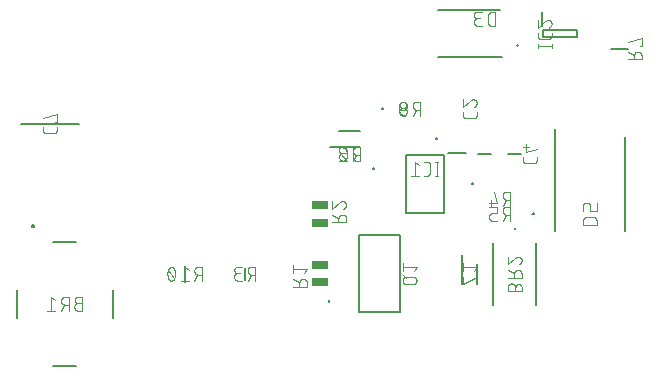
<source format=gbr>
G04 EAGLE Gerber RS-274X export*
G75*
%MOMM*%
%FSLAX34Y34*%
%LPD*%
%INSilkscreen Bottom*%
%IPPOS*%
%AMOC8*
5,1,8,0,0,1.08239X$1,22.5*%
G01*
%ADD10C,0.200000*%
%ADD11C,0.200000*%
%ADD12C,0.101600*%
%ADD13C,0.100000*%
%ADD14C,0.100000*%
%ADD15R,1.400000X0.650000*%


D10*
X149700Y128700D02*
X129700Y128700D01*
X99200Y88200D02*
X99200Y64200D01*
X129700Y23700D02*
X149700Y23700D01*
X180200Y64200D02*
X180200Y88200D01*
D11*
X113700Y142200D03*
D10*
X113698Y142138D01*
X113692Y142077D01*
X113683Y142016D01*
X113670Y141956D01*
X113653Y141897D01*
X113632Y141839D01*
X113608Y141782D01*
X113581Y141727D01*
X113550Y141674D01*
X113516Y141622D01*
X113479Y141573D01*
X113439Y141526D01*
X113396Y141482D01*
X113351Y141441D01*
X113303Y141402D01*
X113252Y141366D01*
X113200Y141334D01*
X113146Y141305D01*
X113090Y141279D01*
X113032Y141257D01*
X112974Y141238D01*
X112914Y141223D01*
X112853Y141212D01*
X112792Y141204D01*
X112731Y141200D01*
X112669Y141200D01*
X112608Y141204D01*
X112547Y141212D01*
X112486Y141223D01*
X112426Y141238D01*
X112368Y141257D01*
X112310Y141279D01*
X112254Y141305D01*
X112200Y141334D01*
X112148Y141366D01*
X112097Y141402D01*
X112049Y141441D01*
X112004Y141482D01*
X111961Y141526D01*
X111921Y141573D01*
X111884Y141622D01*
X111850Y141674D01*
X111819Y141727D01*
X111792Y141782D01*
X111768Y141839D01*
X111747Y141897D01*
X111730Y141956D01*
X111717Y142016D01*
X111708Y142077D01*
X111702Y142138D01*
X111700Y142200D01*
D11*
X111700Y142200D03*
D10*
X111702Y142262D01*
X111708Y142323D01*
X111717Y142384D01*
X111730Y142444D01*
X111747Y142503D01*
X111768Y142561D01*
X111792Y142618D01*
X111819Y142673D01*
X111850Y142726D01*
X111884Y142778D01*
X111921Y142827D01*
X111961Y142874D01*
X112004Y142918D01*
X112049Y142959D01*
X112097Y142998D01*
X112148Y143034D01*
X112200Y143066D01*
X112254Y143095D01*
X112310Y143121D01*
X112368Y143143D01*
X112426Y143162D01*
X112486Y143177D01*
X112547Y143188D01*
X112608Y143196D01*
X112669Y143200D01*
X112731Y143200D01*
X112792Y143196D01*
X112853Y143188D01*
X112914Y143177D01*
X112974Y143162D01*
X113032Y143143D01*
X113090Y143121D01*
X113146Y143095D01*
X113200Y143066D01*
X113252Y143034D01*
X113303Y142998D01*
X113351Y142959D01*
X113396Y142918D01*
X113439Y142874D01*
X113479Y142827D01*
X113516Y142778D01*
X113550Y142726D01*
X113581Y142673D01*
X113608Y142618D01*
X113632Y142561D01*
X113653Y142503D01*
X113670Y142444D01*
X113683Y142384D01*
X113692Y142323D01*
X113698Y142262D01*
X113700Y142200D01*
D12*
X151045Y76849D02*
X154291Y76849D01*
X151045Y76850D02*
X150932Y76848D01*
X150819Y76842D01*
X150706Y76832D01*
X150593Y76818D01*
X150481Y76801D01*
X150370Y76779D01*
X150260Y76754D01*
X150150Y76724D01*
X150042Y76691D01*
X149935Y76654D01*
X149829Y76614D01*
X149725Y76569D01*
X149622Y76521D01*
X149521Y76470D01*
X149422Y76415D01*
X149325Y76357D01*
X149230Y76295D01*
X149137Y76230D01*
X149047Y76162D01*
X148959Y76091D01*
X148873Y76016D01*
X148790Y75939D01*
X148710Y75859D01*
X148633Y75776D01*
X148558Y75690D01*
X148487Y75602D01*
X148419Y75512D01*
X148354Y75419D01*
X148292Y75324D01*
X148234Y75227D01*
X148179Y75128D01*
X148128Y75027D01*
X148080Y74924D01*
X148035Y74820D01*
X147995Y74714D01*
X147958Y74607D01*
X147925Y74499D01*
X147895Y74389D01*
X147870Y74279D01*
X147848Y74168D01*
X147831Y74056D01*
X147817Y73943D01*
X147807Y73830D01*
X147801Y73717D01*
X147799Y73604D01*
X147801Y73491D01*
X147807Y73378D01*
X147817Y73265D01*
X147831Y73152D01*
X147848Y73040D01*
X147870Y72929D01*
X147895Y72819D01*
X147925Y72709D01*
X147958Y72601D01*
X147995Y72494D01*
X148035Y72388D01*
X148080Y72284D01*
X148128Y72181D01*
X148179Y72080D01*
X148234Y71981D01*
X148292Y71884D01*
X148354Y71789D01*
X148419Y71696D01*
X148487Y71606D01*
X148558Y71518D01*
X148633Y71432D01*
X148710Y71349D01*
X148790Y71269D01*
X148873Y71192D01*
X148959Y71117D01*
X149047Y71046D01*
X149137Y70978D01*
X149230Y70913D01*
X149325Y70851D01*
X149422Y70793D01*
X149521Y70738D01*
X149622Y70687D01*
X149725Y70639D01*
X149829Y70594D01*
X149935Y70554D01*
X150042Y70517D01*
X150150Y70484D01*
X150260Y70454D01*
X150370Y70429D01*
X150481Y70407D01*
X150593Y70390D01*
X150706Y70376D01*
X150819Y70366D01*
X150932Y70360D01*
X151045Y70358D01*
X154291Y70358D01*
X154291Y82042D01*
X151045Y82042D01*
X150944Y82040D01*
X150844Y82034D01*
X150744Y82024D01*
X150644Y82011D01*
X150545Y81993D01*
X150446Y81972D01*
X150349Y81947D01*
X150252Y81918D01*
X150157Y81885D01*
X150063Y81849D01*
X149971Y81809D01*
X149880Y81766D01*
X149791Y81719D01*
X149704Y81669D01*
X149618Y81615D01*
X149535Y81558D01*
X149455Y81498D01*
X149376Y81435D01*
X149300Y81368D01*
X149227Y81299D01*
X149157Y81227D01*
X149089Y81153D01*
X149024Y81076D01*
X148963Y80996D01*
X148904Y80914D01*
X148849Y80830D01*
X148797Y80744D01*
X148748Y80656D01*
X148703Y80566D01*
X148661Y80474D01*
X148623Y80381D01*
X148589Y80286D01*
X148558Y80191D01*
X148531Y80094D01*
X148508Y79996D01*
X148488Y79897D01*
X148473Y79797D01*
X148461Y79697D01*
X148453Y79597D01*
X148449Y79496D01*
X148449Y79396D01*
X148453Y79295D01*
X148461Y79195D01*
X148473Y79095D01*
X148488Y78995D01*
X148508Y78896D01*
X148531Y78798D01*
X148558Y78701D01*
X148589Y78606D01*
X148623Y78511D01*
X148661Y78418D01*
X148703Y78326D01*
X148748Y78236D01*
X148797Y78148D01*
X148849Y78062D01*
X148904Y77978D01*
X148963Y77896D01*
X149024Y77816D01*
X149089Y77739D01*
X149157Y77665D01*
X149227Y77593D01*
X149300Y77524D01*
X149376Y77457D01*
X149455Y77394D01*
X149535Y77334D01*
X149618Y77277D01*
X149704Y77223D01*
X149791Y77173D01*
X149880Y77126D01*
X149971Y77083D01*
X150063Y77043D01*
X150157Y77007D01*
X150252Y76974D01*
X150349Y76945D01*
X150446Y76920D01*
X150545Y76899D01*
X150644Y76881D01*
X150744Y76868D01*
X150844Y76858D01*
X150944Y76852D01*
X151045Y76850D01*
X142957Y82042D02*
X142957Y70358D01*
X142957Y82042D02*
X139711Y82042D01*
X139598Y82040D01*
X139485Y82034D01*
X139372Y82024D01*
X139259Y82010D01*
X139147Y81993D01*
X139036Y81971D01*
X138926Y81946D01*
X138816Y81916D01*
X138708Y81883D01*
X138601Y81846D01*
X138495Y81806D01*
X138391Y81761D01*
X138288Y81713D01*
X138187Y81662D01*
X138088Y81607D01*
X137991Y81549D01*
X137896Y81487D01*
X137803Y81422D01*
X137713Y81354D01*
X137625Y81283D01*
X137539Y81208D01*
X137456Y81131D01*
X137376Y81051D01*
X137299Y80968D01*
X137224Y80882D01*
X137153Y80794D01*
X137085Y80704D01*
X137020Y80611D01*
X136958Y80516D01*
X136900Y80419D01*
X136845Y80320D01*
X136794Y80219D01*
X136746Y80116D01*
X136701Y80012D01*
X136661Y79906D01*
X136624Y79799D01*
X136591Y79691D01*
X136561Y79581D01*
X136536Y79471D01*
X136514Y79360D01*
X136497Y79248D01*
X136483Y79135D01*
X136473Y79022D01*
X136467Y78909D01*
X136465Y78796D01*
X136467Y78683D01*
X136473Y78570D01*
X136483Y78457D01*
X136497Y78344D01*
X136514Y78232D01*
X136536Y78121D01*
X136561Y78011D01*
X136591Y77901D01*
X136624Y77793D01*
X136661Y77686D01*
X136701Y77580D01*
X136746Y77476D01*
X136794Y77373D01*
X136845Y77272D01*
X136900Y77173D01*
X136958Y77076D01*
X137020Y76981D01*
X137085Y76888D01*
X137153Y76798D01*
X137224Y76710D01*
X137299Y76624D01*
X137376Y76541D01*
X137456Y76461D01*
X137539Y76384D01*
X137625Y76309D01*
X137713Y76238D01*
X137803Y76170D01*
X137896Y76105D01*
X137991Y76043D01*
X138088Y75985D01*
X138187Y75930D01*
X138288Y75879D01*
X138391Y75831D01*
X138495Y75786D01*
X138601Y75746D01*
X138708Y75709D01*
X138816Y75676D01*
X138926Y75646D01*
X139036Y75621D01*
X139147Y75599D01*
X139259Y75582D01*
X139372Y75568D01*
X139485Y75558D01*
X139598Y75552D01*
X139711Y75550D01*
X139711Y75551D02*
X142957Y75551D01*
X139062Y75551D02*
X136466Y70358D01*
X131600Y79446D02*
X128355Y82042D01*
X128355Y70358D01*
X131600Y70358D02*
X125109Y70358D01*
D10*
X538700Y75600D02*
X538700Y127600D01*
X502700Y127600D02*
X502700Y75600D01*
D13*
X520700Y139600D03*
D14*
X520656Y139602D01*
X520613Y139608D01*
X520571Y139617D01*
X520529Y139630D01*
X520489Y139647D01*
X520450Y139667D01*
X520413Y139690D01*
X520379Y139717D01*
X520346Y139746D01*
X520317Y139779D01*
X520290Y139813D01*
X520267Y139850D01*
X520247Y139889D01*
X520230Y139929D01*
X520217Y139971D01*
X520208Y140013D01*
X520202Y140056D01*
X520200Y140100D01*
X520202Y140144D01*
X520208Y140187D01*
X520217Y140229D01*
X520230Y140271D01*
X520247Y140311D01*
X520267Y140350D01*
X520290Y140387D01*
X520317Y140421D01*
X520346Y140454D01*
X520379Y140483D01*
X520413Y140510D01*
X520450Y140533D01*
X520489Y140553D01*
X520529Y140570D01*
X520571Y140583D01*
X520613Y140592D01*
X520656Y140598D01*
X520700Y140600D01*
D13*
X520700Y140600D03*
D14*
X520744Y140598D01*
X520787Y140592D01*
X520829Y140583D01*
X520871Y140570D01*
X520911Y140553D01*
X520950Y140533D01*
X520987Y140510D01*
X521021Y140483D01*
X521054Y140454D01*
X521083Y140421D01*
X521110Y140387D01*
X521133Y140350D01*
X521153Y140311D01*
X521170Y140271D01*
X521183Y140229D01*
X521192Y140187D01*
X521198Y140144D01*
X521200Y140100D01*
X521198Y140056D01*
X521192Y140013D01*
X521183Y139971D01*
X521170Y139929D01*
X521153Y139889D01*
X521133Y139850D01*
X521110Y139813D01*
X521083Y139779D01*
X521054Y139746D01*
X521021Y139717D01*
X520987Y139690D01*
X520950Y139667D01*
X520911Y139647D01*
X520871Y139630D01*
X520829Y139617D01*
X520787Y139608D01*
X520744Y139602D01*
X520700Y139600D01*
D12*
X521349Y90255D02*
X521349Y87009D01*
X521350Y90255D02*
X521348Y90368D01*
X521342Y90481D01*
X521332Y90594D01*
X521318Y90707D01*
X521301Y90819D01*
X521279Y90930D01*
X521254Y91040D01*
X521224Y91150D01*
X521191Y91258D01*
X521154Y91365D01*
X521114Y91471D01*
X521069Y91575D01*
X521021Y91678D01*
X520970Y91779D01*
X520915Y91878D01*
X520857Y91975D01*
X520795Y92070D01*
X520730Y92163D01*
X520662Y92253D01*
X520591Y92341D01*
X520516Y92427D01*
X520439Y92510D01*
X520359Y92590D01*
X520276Y92667D01*
X520190Y92742D01*
X520102Y92813D01*
X520012Y92881D01*
X519919Y92946D01*
X519824Y93008D01*
X519727Y93066D01*
X519628Y93121D01*
X519527Y93172D01*
X519424Y93220D01*
X519320Y93265D01*
X519214Y93305D01*
X519107Y93342D01*
X518999Y93375D01*
X518889Y93405D01*
X518779Y93430D01*
X518668Y93452D01*
X518556Y93469D01*
X518443Y93483D01*
X518330Y93493D01*
X518217Y93499D01*
X518104Y93501D01*
X517991Y93499D01*
X517878Y93493D01*
X517765Y93483D01*
X517652Y93469D01*
X517540Y93452D01*
X517429Y93430D01*
X517319Y93405D01*
X517209Y93375D01*
X517101Y93342D01*
X516994Y93305D01*
X516888Y93265D01*
X516784Y93220D01*
X516681Y93172D01*
X516580Y93121D01*
X516481Y93066D01*
X516384Y93008D01*
X516289Y92946D01*
X516196Y92881D01*
X516106Y92813D01*
X516018Y92742D01*
X515932Y92667D01*
X515849Y92590D01*
X515769Y92510D01*
X515692Y92427D01*
X515617Y92341D01*
X515546Y92253D01*
X515478Y92163D01*
X515413Y92070D01*
X515351Y91975D01*
X515293Y91878D01*
X515238Y91779D01*
X515187Y91678D01*
X515139Y91575D01*
X515094Y91471D01*
X515054Y91365D01*
X515017Y91258D01*
X514984Y91150D01*
X514954Y91040D01*
X514929Y90930D01*
X514907Y90819D01*
X514890Y90707D01*
X514876Y90594D01*
X514866Y90481D01*
X514860Y90368D01*
X514858Y90255D01*
X514858Y87009D01*
X526542Y87009D01*
X526542Y90255D01*
X526540Y90356D01*
X526534Y90456D01*
X526524Y90556D01*
X526511Y90656D01*
X526493Y90755D01*
X526472Y90854D01*
X526447Y90951D01*
X526418Y91048D01*
X526385Y91143D01*
X526349Y91237D01*
X526309Y91329D01*
X526266Y91420D01*
X526219Y91509D01*
X526169Y91596D01*
X526115Y91682D01*
X526058Y91765D01*
X525998Y91845D01*
X525935Y91924D01*
X525868Y92000D01*
X525799Y92073D01*
X525727Y92143D01*
X525653Y92211D01*
X525576Y92276D01*
X525496Y92337D01*
X525414Y92396D01*
X525330Y92451D01*
X525244Y92503D01*
X525156Y92552D01*
X525066Y92597D01*
X524974Y92639D01*
X524881Y92677D01*
X524786Y92711D01*
X524691Y92742D01*
X524594Y92769D01*
X524496Y92792D01*
X524397Y92812D01*
X524297Y92827D01*
X524197Y92839D01*
X524097Y92847D01*
X523996Y92851D01*
X523896Y92851D01*
X523795Y92847D01*
X523695Y92839D01*
X523595Y92827D01*
X523495Y92812D01*
X523396Y92792D01*
X523298Y92769D01*
X523201Y92742D01*
X523106Y92711D01*
X523011Y92677D01*
X522918Y92639D01*
X522826Y92597D01*
X522736Y92552D01*
X522648Y92503D01*
X522562Y92451D01*
X522478Y92396D01*
X522396Y92337D01*
X522316Y92276D01*
X522239Y92211D01*
X522165Y92143D01*
X522093Y92073D01*
X522024Y92000D01*
X521957Y91924D01*
X521894Y91845D01*
X521834Y91765D01*
X521777Y91682D01*
X521723Y91596D01*
X521673Y91509D01*
X521626Y91420D01*
X521583Y91329D01*
X521543Y91237D01*
X521507Y91143D01*
X521474Y91048D01*
X521445Y90951D01*
X521420Y90854D01*
X521399Y90755D01*
X521381Y90656D01*
X521368Y90556D01*
X521358Y90456D01*
X521352Y90356D01*
X521350Y90255D01*
X526542Y98343D02*
X514858Y98343D01*
X526542Y98343D02*
X526542Y101589D01*
X526540Y101702D01*
X526534Y101815D01*
X526524Y101928D01*
X526510Y102041D01*
X526493Y102153D01*
X526471Y102264D01*
X526446Y102374D01*
X526416Y102484D01*
X526383Y102592D01*
X526346Y102699D01*
X526306Y102805D01*
X526261Y102909D01*
X526213Y103012D01*
X526162Y103113D01*
X526107Y103212D01*
X526049Y103309D01*
X525987Y103404D01*
X525922Y103497D01*
X525854Y103587D01*
X525783Y103675D01*
X525708Y103761D01*
X525631Y103844D01*
X525551Y103924D01*
X525468Y104001D01*
X525382Y104076D01*
X525294Y104147D01*
X525204Y104215D01*
X525111Y104280D01*
X525016Y104342D01*
X524919Y104400D01*
X524820Y104455D01*
X524719Y104506D01*
X524616Y104554D01*
X524512Y104599D01*
X524406Y104639D01*
X524299Y104676D01*
X524191Y104709D01*
X524081Y104739D01*
X523971Y104764D01*
X523860Y104786D01*
X523748Y104803D01*
X523635Y104817D01*
X523522Y104827D01*
X523409Y104833D01*
X523296Y104835D01*
X523183Y104833D01*
X523070Y104827D01*
X522957Y104817D01*
X522844Y104803D01*
X522732Y104786D01*
X522621Y104764D01*
X522511Y104739D01*
X522401Y104709D01*
X522293Y104676D01*
X522186Y104639D01*
X522080Y104599D01*
X521976Y104554D01*
X521873Y104506D01*
X521772Y104455D01*
X521673Y104400D01*
X521576Y104342D01*
X521481Y104280D01*
X521388Y104215D01*
X521298Y104147D01*
X521210Y104076D01*
X521124Y104001D01*
X521041Y103924D01*
X520961Y103844D01*
X520884Y103761D01*
X520809Y103675D01*
X520738Y103587D01*
X520670Y103497D01*
X520605Y103404D01*
X520543Y103309D01*
X520485Y103212D01*
X520430Y103113D01*
X520379Y103012D01*
X520331Y102909D01*
X520286Y102805D01*
X520246Y102699D01*
X520209Y102592D01*
X520176Y102484D01*
X520146Y102374D01*
X520121Y102264D01*
X520099Y102153D01*
X520082Y102041D01*
X520068Y101928D01*
X520058Y101815D01*
X520052Y101702D01*
X520050Y101589D01*
X520051Y101589D02*
X520051Y98343D01*
X520051Y102238D02*
X514858Y104835D01*
X523621Y116191D02*
X523728Y116189D01*
X523834Y116183D01*
X523940Y116173D01*
X524046Y116160D01*
X524152Y116142D01*
X524256Y116121D01*
X524360Y116096D01*
X524463Y116067D01*
X524564Y116035D01*
X524664Y115998D01*
X524763Y115958D01*
X524861Y115915D01*
X524957Y115868D01*
X525051Y115817D01*
X525143Y115763D01*
X525233Y115706D01*
X525321Y115646D01*
X525406Y115582D01*
X525489Y115515D01*
X525570Y115445D01*
X525648Y115373D01*
X525724Y115297D01*
X525796Y115219D01*
X525866Y115138D01*
X525933Y115055D01*
X525997Y114970D01*
X526057Y114882D01*
X526114Y114792D01*
X526168Y114700D01*
X526219Y114606D01*
X526266Y114510D01*
X526309Y114412D01*
X526349Y114313D01*
X526386Y114213D01*
X526418Y114112D01*
X526447Y114009D01*
X526472Y113905D01*
X526493Y113801D01*
X526511Y113695D01*
X526524Y113589D01*
X526534Y113483D01*
X526540Y113377D01*
X526542Y113270D01*
X526540Y113149D01*
X526534Y113028D01*
X526524Y112908D01*
X526511Y112787D01*
X526493Y112668D01*
X526472Y112548D01*
X526447Y112430D01*
X526418Y112313D01*
X526385Y112196D01*
X526349Y112081D01*
X526308Y111967D01*
X526265Y111854D01*
X526217Y111742D01*
X526166Y111633D01*
X526111Y111525D01*
X526053Y111418D01*
X525992Y111314D01*
X525927Y111212D01*
X525859Y111112D01*
X525788Y111014D01*
X525714Y110918D01*
X525637Y110825D01*
X525556Y110735D01*
X525473Y110647D01*
X525387Y110562D01*
X525298Y110479D01*
X525207Y110400D01*
X525113Y110323D01*
X525017Y110250D01*
X524919Y110180D01*
X524818Y110113D01*
X524715Y110049D01*
X524610Y109989D01*
X524503Y109932D01*
X524395Y109878D01*
X524285Y109828D01*
X524173Y109782D01*
X524060Y109739D01*
X523945Y109700D01*
X521349Y115217D02*
X521426Y115296D01*
X521507Y115372D01*
X521590Y115445D01*
X521675Y115515D01*
X521763Y115582D01*
X521853Y115646D01*
X521945Y115706D01*
X522040Y115763D01*
X522136Y115817D01*
X522234Y115868D01*
X522334Y115915D01*
X522436Y115959D01*
X522539Y115999D01*
X522643Y116035D01*
X522749Y116067D01*
X522855Y116096D01*
X522963Y116121D01*
X523071Y116143D01*
X523181Y116160D01*
X523290Y116174D01*
X523400Y116183D01*
X523511Y116189D01*
X523621Y116191D01*
X521349Y115217D02*
X514858Y109700D01*
X514858Y116191D01*
D10*
X389750Y209400D02*
X364120Y209400D01*
X372250Y222400D02*
X389750Y222400D01*
D12*
X390151Y209042D02*
X390151Y197358D01*
X390151Y209042D02*
X386906Y209042D01*
X386793Y209040D01*
X386680Y209034D01*
X386567Y209024D01*
X386454Y209010D01*
X386342Y208993D01*
X386231Y208971D01*
X386121Y208946D01*
X386011Y208916D01*
X385903Y208883D01*
X385796Y208846D01*
X385690Y208806D01*
X385586Y208761D01*
X385483Y208713D01*
X385382Y208662D01*
X385283Y208607D01*
X385186Y208549D01*
X385091Y208487D01*
X384998Y208422D01*
X384908Y208354D01*
X384820Y208283D01*
X384734Y208208D01*
X384651Y208131D01*
X384571Y208051D01*
X384494Y207968D01*
X384419Y207882D01*
X384348Y207794D01*
X384280Y207704D01*
X384215Y207611D01*
X384153Y207516D01*
X384095Y207419D01*
X384040Y207320D01*
X383989Y207219D01*
X383941Y207116D01*
X383896Y207012D01*
X383856Y206906D01*
X383819Y206799D01*
X383786Y206691D01*
X383756Y206581D01*
X383731Y206471D01*
X383709Y206360D01*
X383692Y206248D01*
X383678Y206135D01*
X383668Y206022D01*
X383662Y205909D01*
X383660Y205796D01*
X383660Y200604D01*
X383662Y200491D01*
X383668Y200378D01*
X383678Y200265D01*
X383692Y200152D01*
X383709Y200040D01*
X383731Y199929D01*
X383756Y199819D01*
X383786Y199709D01*
X383819Y199601D01*
X383856Y199494D01*
X383896Y199388D01*
X383941Y199284D01*
X383989Y199181D01*
X384040Y199080D01*
X384095Y198981D01*
X384153Y198884D01*
X384215Y198789D01*
X384280Y198696D01*
X384348Y198606D01*
X384419Y198518D01*
X384494Y198432D01*
X384571Y198349D01*
X384651Y198269D01*
X384734Y198192D01*
X384820Y198117D01*
X384908Y198046D01*
X384998Y197978D01*
X385091Y197913D01*
X385186Y197851D01*
X385283Y197793D01*
X385382Y197738D01*
X385483Y197687D01*
X385586Y197639D01*
X385690Y197594D01*
X385796Y197554D01*
X385903Y197517D01*
X386011Y197484D01*
X386121Y197454D01*
X386231Y197429D01*
X386342Y197407D01*
X386454Y197390D01*
X386567Y197376D01*
X386680Y197366D01*
X386793Y197360D01*
X386906Y197358D01*
X390151Y197358D01*
X374770Y209042D02*
X374663Y209040D01*
X374557Y209034D01*
X374451Y209024D01*
X374345Y209011D01*
X374239Y208993D01*
X374135Y208972D01*
X374031Y208947D01*
X373928Y208918D01*
X373827Y208886D01*
X373727Y208849D01*
X373628Y208809D01*
X373530Y208766D01*
X373434Y208719D01*
X373340Y208668D01*
X373248Y208614D01*
X373158Y208557D01*
X373070Y208497D01*
X372985Y208433D01*
X372902Y208366D01*
X372821Y208296D01*
X372743Y208224D01*
X372667Y208148D01*
X372595Y208070D01*
X372525Y207989D01*
X372458Y207906D01*
X372394Y207821D01*
X372334Y207733D01*
X372277Y207643D01*
X372223Y207551D01*
X372172Y207457D01*
X372125Y207361D01*
X372082Y207263D01*
X372042Y207164D01*
X372005Y207064D01*
X371973Y206963D01*
X371944Y206860D01*
X371919Y206756D01*
X371898Y206652D01*
X371880Y206546D01*
X371867Y206440D01*
X371857Y206334D01*
X371851Y206228D01*
X371849Y206121D01*
X374770Y209042D02*
X374891Y209040D01*
X375012Y209034D01*
X375132Y209024D01*
X375253Y209011D01*
X375372Y208993D01*
X375492Y208972D01*
X375610Y208947D01*
X375727Y208918D01*
X375844Y208885D01*
X375959Y208849D01*
X376073Y208808D01*
X376186Y208765D01*
X376298Y208717D01*
X376407Y208666D01*
X376515Y208611D01*
X376622Y208553D01*
X376726Y208492D01*
X376828Y208427D01*
X376928Y208359D01*
X377026Y208288D01*
X377122Y208214D01*
X377215Y208137D01*
X377305Y208056D01*
X377393Y207973D01*
X377478Y207887D01*
X377561Y207798D01*
X377640Y207707D01*
X377717Y207613D01*
X377790Y207517D01*
X377860Y207419D01*
X377927Y207318D01*
X377991Y207215D01*
X378052Y207110D01*
X378109Y207003D01*
X378162Y206895D01*
X378212Y206785D01*
X378258Y206673D01*
X378301Y206560D01*
X378340Y206445D01*
X372823Y203849D02*
X372744Y203927D01*
X372668Y204007D01*
X372595Y204090D01*
X372525Y204176D01*
X372458Y204263D01*
X372394Y204354D01*
X372334Y204446D01*
X372276Y204540D01*
X372222Y204637D01*
X372172Y204735D01*
X372125Y204835D01*
X372081Y204936D01*
X372041Y205039D01*
X372005Y205144D01*
X371973Y205249D01*
X371944Y205356D01*
X371919Y205463D01*
X371897Y205572D01*
X371880Y205681D01*
X371866Y205790D01*
X371857Y205900D01*
X371851Y206011D01*
X371849Y206121D01*
X372823Y203849D02*
X378340Y197358D01*
X371849Y197358D01*
D10*
X455600Y324800D02*
X508600Y324800D01*
X509600Y284800D02*
X455600Y284800D01*
D13*
X522600Y294800D03*
D14*
X522556Y294802D01*
X522513Y294808D01*
X522471Y294817D01*
X522429Y294830D01*
X522389Y294847D01*
X522350Y294867D01*
X522313Y294890D01*
X522279Y294917D01*
X522246Y294946D01*
X522217Y294979D01*
X522190Y295013D01*
X522167Y295050D01*
X522147Y295089D01*
X522130Y295129D01*
X522117Y295171D01*
X522108Y295213D01*
X522102Y295256D01*
X522100Y295300D01*
X522102Y295344D01*
X522108Y295387D01*
X522117Y295429D01*
X522130Y295471D01*
X522147Y295511D01*
X522167Y295550D01*
X522190Y295587D01*
X522217Y295621D01*
X522246Y295654D01*
X522279Y295683D01*
X522313Y295710D01*
X522350Y295733D01*
X522389Y295753D01*
X522429Y295770D01*
X522471Y295783D01*
X522513Y295792D01*
X522556Y295798D01*
X522600Y295800D01*
D13*
X522600Y295800D03*
D14*
X522644Y295798D01*
X522687Y295792D01*
X522729Y295783D01*
X522771Y295770D01*
X522811Y295753D01*
X522850Y295733D01*
X522887Y295710D01*
X522921Y295683D01*
X522954Y295654D01*
X522983Y295621D01*
X523010Y295587D01*
X523033Y295550D01*
X523053Y295511D01*
X523070Y295471D01*
X523083Y295429D01*
X523092Y295387D01*
X523098Y295344D01*
X523100Y295300D01*
X523098Y295256D01*
X523092Y295213D01*
X523083Y295171D01*
X523070Y295129D01*
X523053Y295089D01*
X523033Y295050D01*
X523010Y295013D01*
X522983Y294979D01*
X522954Y294946D01*
X522921Y294917D01*
X522887Y294890D01*
X522850Y294867D01*
X522811Y294847D01*
X522771Y294830D01*
X522729Y294817D01*
X522687Y294808D01*
X522644Y294802D01*
X522600Y294800D01*
D12*
X504451Y311658D02*
X504451Y323342D01*
X501206Y323342D01*
X501093Y323340D01*
X500980Y323334D01*
X500867Y323324D01*
X500754Y323310D01*
X500642Y323293D01*
X500531Y323271D01*
X500421Y323246D01*
X500311Y323216D01*
X500203Y323183D01*
X500096Y323146D01*
X499990Y323106D01*
X499886Y323061D01*
X499783Y323013D01*
X499682Y322962D01*
X499583Y322907D01*
X499486Y322849D01*
X499391Y322787D01*
X499298Y322722D01*
X499208Y322654D01*
X499120Y322583D01*
X499034Y322508D01*
X498951Y322431D01*
X498871Y322351D01*
X498794Y322268D01*
X498719Y322182D01*
X498648Y322094D01*
X498580Y322004D01*
X498515Y321911D01*
X498453Y321816D01*
X498395Y321719D01*
X498340Y321620D01*
X498289Y321519D01*
X498241Y321416D01*
X498196Y321312D01*
X498156Y321206D01*
X498119Y321099D01*
X498086Y320991D01*
X498056Y320881D01*
X498031Y320771D01*
X498009Y320660D01*
X497992Y320548D01*
X497978Y320435D01*
X497968Y320322D01*
X497962Y320209D01*
X497960Y320096D01*
X497960Y314904D01*
X497962Y314791D01*
X497968Y314678D01*
X497978Y314565D01*
X497992Y314452D01*
X498009Y314340D01*
X498031Y314229D01*
X498056Y314119D01*
X498086Y314009D01*
X498119Y313901D01*
X498156Y313794D01*
X498196Y313688D01*
X498241Y313584D01*
X498289Y313481D01*
X498340Y313380D01*
X498395Y313281D01*
X498453Y313184D01*
X498515Y313089D01*
X498580Y312996D01*
X498648Y312906D01*
X498719Y312818D01*
X498794Y312732D01*
X498871Y312649D01*
X498951Y312569D01*
X499034Y312492D01*
X499120Y312417D01*
X499208Y312346D01*
X499298Y312278D01*
X499391Y312213D01*
X499486Y312151D01*
X499583Y312093D01*
X499682Y312038D01*
X499783Y311987D01*
X499886Y311939D01*
X499990Y311894D01*
X500096Y311854D01*
X500203Y311817D01*
X500311Y311784D01*
X500421Y311754D01*
X500531Y311729D01*
X500642Y311707D01*
X500754Y311690D01*
X500867Y311676D01*
X500980Y311666D01*
X501093Y311660D01*
X501206Y311658D01*
X504451Y311658D01*
X492640Y311658D02*
X489395Y311658D01*
X489282Y311660D01*
X489169Y311666D01*
X489056Y311676D01*
X488943Y311690D01*
X488831Y311707D01*
X488720Y311729D01*
X488610Y311754D01*
X488500Y311784D01*
X488392Y311817D01*
X488285Y311854D01*
X488179Y311894D01*
X488075Y311939D01*
X487972Y311987D01*
X487871Y312038D01*
X487772Y312093D01*
X487675Y312151D01*
X487580Y312213D01*
X487487Y312278D01*
X487397Y312346D01*
X487309Y312417D01*
X487223Y312492D01*
X487140Y312569D01*
X487060Y312649D01*
X486983Y312732D01*
X486908Y312818D01*
X486837Y312906D01*
X486769Y312996D01*
X486704Y313089D01*
X486642Y313184D01*
X486584Y313281D01*
X486529Y313380D01*
X486478Y313481D01*
X486430Y313584D01*
X486385Y313688D01*
X486345Y313794D01*
X486308Y313901D01*
X486275Y314009D01*
X486245Y314119D01*
X486220Y314229D01*
X486198Y314340D01*
X486181Y314452D01*
X486167Y314565D01*
X486157Y314678D01*
X486151Y314791D01*
X486149Y314904D01*
X486151Y315017D01*
X486157Y315130D01*
X486167Y315243D01*
X486181Y315356D01*
X486198Y315468D01*
X486220Y315579D01*
X486245Y315689D01*
X486275Y315799D01*
X486308Y315907D01*
X486345Y316014D01*
X486385Y316120D01*
X486430Y316224D01*
X486478Y316327D01*
X486529Y316428D01*
X486584Y316527D01*
X486642Y316624D01*
X486704Y316719D01*
X486769Y316812D01*
X486837Y316902D01*
X486908Y316990D01*
X486983Y317076D01*
X487060Y317159D01*
X487140Y317239D01*
X487223Y317316D01*
X487309Y317391D01*
X487397Y317462D01*
X487487Y317530D01*
X487580Y317595D01*
X487675Y317657D01*
X487772Y317715D01*
X487871Y317770D01*
X487972Y317821D01*
X488075Y317869D01*
X488179Y317914D01*
X488285Y317954D01*
X488392Y317991D01*
X488500Y318024D01*
X488610Y318054D01*
X488720Y318079D01*
X488831Y318101D01*
X488943Y318118D01*
X489056Y318132D01*
X489169Y318142D01*
X489282Y318148D01*
X489395Y318150D01*
X488745Y323342D02*
X492640Y323342D01*
X488745Y323342D02*
X488644Y323340D01*
X488544Y323334D01*
X488444Y323324D01*
X488344Y323311D01*
X488245Y323293D01*
X488146Y323272D01*
X488049Y323247D01*
X487952Y323218D01*
X487857Y323185D01*
X487763Y323149D01*
X487671Y323109D01*
X487580Y323066D01*
X487491Y323019D01*
X487404Y322969D01*
X487318Y322915D01*
X487235Y322858D01*
X487155Y322798D01*
X487076Y322735D01*
X487000Y322668D01*
X486927Y322599D01*
X486857Y322527D01*
X486789Y322453D01*
X486724Y322376D01*
X486663Y322296D01*
X486604Y322214D01*
X486549Y322130D01*
X486497Y322044D01*
X486448Y321956D01*
X486403Y321866D01*
X486361Y321774D01*
X486323Y321681D01*
X486289Y321586D01*
X486258Y321491D01*
X486231Y321394D01*
X486208Y321296D01*
X486188Y321197D01*
X486173Y321097D01*
X486161Y320997D01*
X486153Y320897D01*
X486149Y320796D01*
X486149Y320696D01*
X486153Y320595D01*
X486161Y320495D01*
X486173Y320395D01*
X486188Y320295D01*
X486208Y320196D01*
X486231Y320098D01*
X486258Y320001D01*
X486289Y319906D01*
X486323Y319811D01*
X486361Y319718D01*
X486403Y319626D01*
X486448Y319536D01*
X486497Y319448D01*
X486549Y319362D01*
X486604Y319278D01*
X486663Y319196D01*
X486724Y319116D01*
X486789Y319039D01*
X486857Y318965D01*
X486927Y318893D01*
X487000Y318824D01*
X487076Y318757D01*
X487155Y318694D01*
X487235Y318634D01*
X487318Y318577D01*
X487404Y318523D01*
X487491Y318473D01*
X487580Y318426D01*
X487671Y318383D01*
X487763Y318343D01*
X487857Y318307D01*
X487952Y318274D01*
X488049Y318245D01*
X488146Y318220D01*
X488245Y318199D01*
X488344Y318181D01*
X488444Y318168D01*
X488544Y318158D01*
X488644Y318152D01*
X488745Y318150D01*
X488745Y318149D02*
X491342Y318149D01*
D10*
X460480Y202320D02*
X428520Y202320D01*
X428520Y153280D01*
X460480Y153280D01*
X460480Y202320D01*
X463980Y203600D02*
X479250Y203600D01*
D12*
X454808Y196342D02*
X454808Y184658D01*
X456106Y184658D02*
X453510Y184658D01*
X453510Y196342D02*
X456106Y196342D01*
X446346Y184658D02*
X443750Y184658D01*
X446346Y184658D02*
X446445Y184660D01*
X446545Y184666D01*
X446644Y184675D01*
X446742Y184688D01*
X446840Y184705D01*
X446938Y184726D01*
X447034Y184751D01*
X447129Y184779D01*
X447223Y184811D01*
X447316Y184846D01*
X447408Y184885D01*
X447498Y184928D01*
X447586Y184973D01*
X447673Y185023D01*
X447757Y185075D01*
X447840Y185131D01*
X447920Y185189D01*
X447998Y185251D01*
X448073Y185316D01*
X448146Y185384D01*
X448216Y185454D01*
X448284Y185527D01*
X448349Y185602D01*
X448411Y185680D01*
X448469Y185760D01*
X448525Y185843D01*
X448577Y185927D01*
X448627Y186014D01*
X448672Y186102D01*
X448715Y186192D01*
X448754Y186284D01*
X448789Y186377D01*
X448821Y186471D01*
X448849Y186566D01*
X448874Y186662D01*
X448895Y186760D01*
X448912Y186858D01*
X448925Y186956D01*
X448934Y187055D01*
X448940Y187155D01*
X448942Y187254D01*
X448943Y187254D02*
X448943Y193746D01*
X448942Y193746D02*
X448940Y193845D01*
X448934Y193945D01*
X448925Y194044D01*
X448912Y194142D01*
X448895Y194240D01*
X448874Y194338D01*
X448849Y194434D01*
X448821Y194529D01*
X448789Y194623D01*
X448754Y194716D01*
X448715Y194808D01*
X448672Y194898D01*
X448627Y194986D01*
X448577Y195073D01*
X448525Y195157D01*
X448469Y195240D01*
X448411Y195320D01*
X448349Y195398D01*
X448284Y195473D01*
X448216Y195546D01*
X448146Y195616D01*
X448073Y195684D01*
X447998Y195749D01*
X447920Y195811D01*
X447840Y195869D01*
X447757Y195925D01*
X447673Y195977D01*
X447586Y196027D01*
X447498Y196072D01*
X447408Y196115D01*
X447316Y196154D01*
X447223Y196189D01*
X447129Y196221D01*
X447034Y196249D01*
X446938Y196274D01*
X446840Y196295D01*
X446742Y196312D01*
X446644Y196325D01*
X446545Y196334D01*
X446445Y196340D01*
X446346Y196342D01*
X443750Y196342D01*
X439385Y193746D02*
X436139Y196342D01*
X436139Y184658D01*
X432894Y184658D02*
X439385Y184658D01*
D10*
X544300Y301800D02*
X544300Y307800D01*
X544300Y301800D02*
X573300Y301800D01*
X573300Y307800D01*
X544300Y307800D01*
X543800Y311300D02*
X543800Y323300D01*
D12*
X540258Y294492D02*
X551942Y294492D01*
X540258Y293194D02*
X540258Y295790D01*
X551942Y295790D02*
X551942Y293194D01*
X540258Y302954D02*
X540258Y305550D01*
X540258Y302954D02*
X540260Y302855D01*
X540266Y302755D01*
X540275Y302656D01*
X540288Y302558D01*
X540305Y302460D01*
X540326Y302362D01*
X540351Y302266D01*
X540379Y302171D01*
X540411Y302077D01*
X540446Y301984D01*
X540485Y301892D01*
X540528Y301802D01*
X540573Y301714D01*
X540623Y301627D01*
X540675Y301543D01*
X540731Y301460D01*
X540789Y301380D01*
X540851Y301302D01*
X540916Y301227D01*
X540984Y301154D01*
X541054Y301084D01*
X541127Y301016D01*
X541202Y300951D01*
X541280Y300889D01*
X541360Y300831D01*
X541443Y300775D01*
X541527Y300723D01*
X541614Y300673D01*
X541702Y300628D01*
X541792Y300585D01*
X541884Y300546D01*
X541977Y300511D01*
X542071Y300479D01*
X542166Y300451D01*
X542262Y300426D01*
X542360Y300405D01*
X542458Y300388D01*
X542556Y300375D01*
X542655Y300366D01*
X542755Y300360D01*
X542854Y300358D01*
X542854Y300357D02*
X549346Y300357D01*
X549346Y300358D02*
X549445Y300360D01*
X549545Y300366D01*
X549644Y300375D01*
X549742Y300388D01*
X549840Y300405D01*
X549938Y300426D01*
X550034Y300451D01*
X550129Y300479D01*
X550223Y300511D01*
X550316Y300546D01*
X550408Y300585D01*
X550498Y300628D01*
X550586Y300673D01*
X550673Y300723D01*
X550757Y300775D01*
X550840Y300831D01*
X550920Y300889D01*
X550998Y300951D01*
X551073Y301016D01*
X551146Y301084D01*
X551216Y301154D01*
X551284Y301227D01*
X551349Y301302D01*
X551411Y301380D01*
X551469Y301460D01*
X551525Y301543D01*
X551577Y301627D01*
X551627Y301714D01*
X551672Y301802D01*
X551715Y301892D01*
X551754Y301984D01*
X551789Y302076D01*
X551821Y302171D01*
X551849Y302266D01*
X551874Y302362D01*
X551895Y302460D01*
X551912Y302558D01*
X551925Y302656D01*
X551934Y302755D01*
X551940Y302855D01*
X551942Y302954D01*
X551942Y305550D01*
X551942Y313485D02*
X551940Y313592D01*
X551934Y313698D01*
X551924Y313804D01*
X551911Y313910D01*
X551893Y314016D01*
X551872Y314120D01*
X551847Y314224D01*
X551818Y314327D01*
X551786Y314428D01*
X551749Y314528D01*
X551709Y314627D01*
X551666Y314725D01*
X551619Y314821D01*
X551568Y314915D01*
X551514Y315007D01*
X551457Y315097D01*
X551397Y315185D01*
X551333Y315270D01*
X551266Y315353D01*
X551196Y315434D01*
X551124Y315512D01*
X551048Y315588D01*
X550970Y315660D01*
X550889Y315730D01*
X550806Y315797D01*
X550721Y315861D01*
X550633Y315921D01*
X550543Y315978D01*
X550451Y316032D01*
X550357Y316083D01*
X550261Y316130D01*
X550163Y316173D01*
X550064Y316213D01*
X549964Y316250D01*
X549863Y316282D01*
X549760Y316311D01*
X549656Y316336D01*
X549552Y316357D01*
X549446Y316375D01*
X549340Y316388D01*
X549234Y316398D01*
X549128Y316404D01*
X549021Y316406D01*
X551942Y313485D02*
X551940Y313364D01*
X551934Y313243D01*
X551924Y313123D01*
X551911Y313002D01*
X551893Y312883D01*
X551872Y312763D01*
X551847Y312645D01*
X551818Y312528D01*
X551785Y312411D01*
X551749Y312296D01*
X551708Y312182D01*
X551665Y312069D01*
X551617Y311957D01*
X551566Y311848D01*
X551511Y311740D01*
X551453Y311633D01*
X551392Y311529D01*
X551327Y311427D01*
X551259Y311327D01*
X551188Y311229D01*
X551114Y311133D01*
X551037Y311040D01*
X550956Y310950D01*
X550873Y310862D01*
X550787Y310777D01*
X550698Y310694D01*
X550607Y310615D01*
X550513Y310538D01*
X550417Y310465D01*
X550319Y310395D01*
X550218Y310328D01*
X550115Y310264D01*
X550010Y310204D01*
X549903Y310147D01*
X549795Y310093D01*
X549685Y310043D01*
X549573Y309997D01*
X549460Y309954D01*
X549345Y309915D01*
X546749Y315433D02*
X546826Y315512D01*
X546907Y315588D01*
X546990Y315661D01*
X547075Y315731D01*
X547163Y315798D01*
X547253Y315862D01*
X547345Y315922D01*
X547440Y315979D01*
X547536Y316033D01*
X547634Y316084D01*
X547734Y316131D01*
X547836Y316175D01*
X547939Y316215D01*
X548043Y316251D01*
X548149Y316283D01*
X548255Y316312D01*
X548363Y316337D01*
X548471Y316359D01*
X548581Y316376D01*
X548690Y316390D01*
X548800Y316399D01*
X548911Y316405D01*
X549021Y316407D01*
X546749Y315433D02*
X540258Y309915D01*
X540258Y316406D01*
D10*
X423900Y134100D02*
X423900Y69100D01*
X423900Y134100D02*
X388900Y134100D01*
X388900Y69100D01*
X423900Y69100D01*
D13*
X362400Y78600D03*
D14*
X362402Y78644D01*
X362408Y78687D01*
X362417Y78729D01*
X362430Y78771D01*
X362447Y78811D01*
X362467Y78850D01*
X362490Y78887D01*
X362517Y78921D01*
X362546Y78954D01*
X362579Y78983D01*
X362613Y79010D01*
X362650Y79033D01*
X362689Y79053D01*
X362729Y79070D01*
X362771Y79083D01*
X362813Y79092D01*
X362856Y79098D01*
X362900Y79100D01*
X362944Y79098D01*
X362987Y79092D01*
X363029Y79083D01*
X363071Y79070D01*
X363111Y79053D01*
X363150Y79033D01*
X363187Y79010D01*
X363221Y78983D01*
X363254Y78954D01*
X363283Y78921D01*
X363310Y78887D01*
X363333Y78850D01*
X363353Y78811D01*
X363370Y78771D01*
X363383Y78729D01*
X363392Y78687D01*
X363398Y78644D01*
X363400Y78600D01*
D13*
X363400Y78600D03*
D14*
X363398Y78556D01*
X363392Y78513D01*
X363383Y78471D01*
X363370Y78429D01*
X363353Y78389D01*
X363333Y78350D01*
X363310Y78313D01*
X363283Y78279D01*
X363254Y78246D01*
X363221Y78217D01*
X363187Y78190D01*
X363150Y78167D01*
X363111Y78147D01*
X363071Y78130D01*
X363029Y78117D01*
X362987Y78108D01*
X362944Y78102D01*
X362900Y78100D01*
X362856Y78102D01*
X362813Y78108D01*
X362771Y78117D01*
X362729Y78130D01*
X362689Y78147D01*
X362650Y78167D01*
X362613Y78190D01*
X362579Y78217D01*
X362546Y78246D01*
X362517Y78279D01*
X362490Y78313D01*
X362467Y78350D01*
X362447Y78389D01*
X362430Y78429D01*
X362417Y78471D01*
X362408Y78513D01*
X362402Y78556D01*
X362400Y78600D01*
D12*
X429204Y92783D02*
X434396Y92783D01*
X434396Y92782D02*
X434509Y92784D01*
X434622Y92790D01*
X434735Y92800D01*
X434848Y92814D01*
X434960Y92831D01*
X435071Y92853D01*
X435181Y92878D01*
X435291Y92908D01*
X435399Y92941D01*
X435506Y92978D01*
X435612Y93018D01*
X435716Y93063D01*
X435819Y93111D01*
X435920Y93162D01*
X436019Y93217D01*
X436116Y93275D01*
X436211Y93337D01*
X436304Y93402D01*
X436394Y93470D01*
X436482Y93541D01*
X436568Y93616D01*
X436651Y93693D01*
X436731Y93773D01*
X436808Y93856D01*
X436883Y93942D01*
X436954Y94030D01*
X437022Y94120D01*
X437087Y94213D01*
X437149Y94308D01*
X437207Y94405D01*
X437262Y94504D01*
X437313Y94605D01*
X437361Y94708D01*
X437406Y94812D01*
X437446Y94918D01*
X437483Y95025D01*
X437516Y95133D01*
X437546Y95243D01*
X437571Y95353D01*
X437593Y95464D01*
X437610Y95576D01*
X437624Y95689D01*
X437634Y95802D01*
X437640Y95915D01*
X437642Y96028D01*
X437640Y96141D01*
X437634Y96254D01*
X437624Y96367D01*
X437610Y96480D01*
X437593Y96592D01*
X437571Y96703D01*
X437546Y96813D01*
X437516Y96923D01*
X437483Y97031D01*
X437446Y97138D01*
X437406Y97244D01*
X437361Y97348D01*
X437313Y97451D01*
X437262Y97552D01*
X437207Y97651D01*
X437149Y97748D01*
X437087Y97843D01*
X437022Y97936D01*
X436954Y98026D01*
X436883Y98114D01*
X436808Y98200D01*
X436731Y98283D01*
X436651Y98363D01*
X436568Y98440D01*
X436482Y98515D01*
X436394Y98586D01*
X436304Y98654D01*
X436211Y98719D01*
X436116Y98781D01*
X436019Y98839D01*
X435920Y98894D01*
X435819Y98945D01*
X435716Y98993D01*
X435612Y99038D01*
X435506Y99078D01*
X435399Y99115D01*
X435291Y99148D01*
X435181Y99178D01*
X435071Y99203D01*
X434960Y99225D01*
X434848Y99242D01*
X434735Y99256D01*
X434622Y99266D01*
X434509Y99272D01*
X434396Y99274D01*
X429204Y99274D01*
X429091Y99272D01*
X428978Y99266D01*
X428865Y99256D01*
X428752Y99242D01*
X428640Y99225D01*
X428529Y99203D01*
X428419Y99178D01*
X428309Y99148D01*
X428201Y99115D01*
X428094Y99078D01*
X427988Y99038D01*
X427884Y98993D01*
X427781Y98945D01*
X427680Y98894D01*
X427581Y98839D01*
X427484Y98781D01*
X427389Y98719D01*
X427296Y98654D01*
X427206Y98586D01*
X427118Y98515D01*
X427032Y98440D01*
X426949Y98363D01*
X426869Y98283D01*
X426792Y98200D01*
X426717Y98114D01*
X426646Y98026D01*
X426578Y97936D01*
X426513Y97843D01*
X426451Y97748D01*
X426393Y97651D01*
X426338Y97552D01*
X426287Y97451D01*
X426239Y97348D01*
X426194Y97244D01*
X426154Y97138D01*
X426117Y97031D01*
X426084Y96923D01*
X426054Y96813D01*
X426029Y96703D01*
X426007Y96592D01*
X425990Y96480D01*
X425976Y96367D01*
X425966Y96254D01*
X425960Y96141D01*
X425958Y96028D01*
X425960Y95915D01*
X425966Y95802D01*
X425976Y95689D01*
X425990Y95576D01*
X426007Y95464D01*
X426029Y95353D01*
X426054Y95243D01*
X426084Y95133D01*
X426117Y95025D01*
X426154Y94918D01*
X426194Y94812D01*
X426239Y94708D01*
X426287Y94605D01*
X426338Y94504D01*
X426393Y94405D01*
X426451Y94308D01*
X426513Y94213D01*
X426578Y94120D01*
X426646Y94030D01*
X426717Y93942D01*
X426792Y93856D01*
X426869Y93773D01*
X426949Y93693D01*
X427032Y93616D01*
X427118Y93541D01*
X427206Y93470D01*
X427296Y93402D01*
X427389Y93337D01*
X427484Y93275D01*
X427581Y93217D01*
X427680Y93162D01*
X427781Y93111D01*
X427884Y93063D01*
X427988Y93018D01*
X428094Y92978D01*
X428201Y92941D01*
X428309Y92908D01*
X428419Y92878D01*
X428529Y92853D01*
X428640Y92831D01*
X428752Y92814D01*
X428865Y92800D01*
X428978Y92790D01*
X429091Y92784D01*
X429204Y92782D01*
X428554Y97975D02*
X425958Y100572D01*
X435046Y103926D02*
X437642Y107172D01*
X425958Y107172D01*
X425958Y103926D02*
X425958Y110418D01*
D15*
X355585Y94286D03*
X355585Y109018D03*
D12*
X344932Y90865D02*
X333248Y90865D01*
X344932Y90865D02*
X344932Y94110D01*
X344930Y94223D01*
X344924Y94336D01*
X344914Y94449D01*
X344900Y94562D01*
X344883Y94674D01*
X344861Y94785D01*
X344836Y94895D01*
X344806Y95005D01*
X344773Y95113D01*
X344736Y95220D01*
X344696Y95326D01*
X344651Y95430D01*
X344603Y95533D01*
X344552Y95634D01*
X344497Y95733D01*
X344439Y95830D01*
X344377Y95925D01*
X344312Y96018D01*
X344244Y96108D01*
X344173Y96196D01*
X344098Y96282D01*
X344021Y96365D01*
X343941Y96445D01*
X343858Y96522D01*
X343772Y96597D01*
X343684Y96668D01*
X343594Y96736D01*
X343501Y96801D01*
X343406Y96863D01*
X343309Y96921D01*
X343210Y96976D01*
X343109Y97027D01*
X343006Y97075D01*
X342902Y97120D01*
X342796Y97160D01*
X342689Y97197D01*
X342581Y97230D01*
X342471Y97260D01*
X342361Y97285D01*
X342250Y97307D01*
X342138Y97324D01*
X342025Y97338D01*
X341912Y97348D01*
X341799Y97354D01*
X341686Y97356D01*
X341573Y97354D01*
X341460Y97348D01*
X341347Y97338D01*
X341234Y97324D01*
X341122Y97307D01*
X341011Y97285D01*
X340901Y97260D01*
X340791Y97230D01*
X340683Y97197D01*
X340576Y97160D01*
X340470Y97120D01*
X340366Y97075D01*
X340263Y97027D01*
X340162Y96976D01*
X340063Y96921D01*
X339966Y96863D01*
X339871Y96801D01*
X339778Y96736D01*
X339688Y96668D01*
X339600Y96597D01*
X339514Y96522D01*
X339431Y96445D01*
X339351Y96365D01*
X339274Y96282D01*
X339199Y96196D01*
X339128Y96108D01*
X339060Y96018D01*
X338995Y95925D01*
X338933Y95830D01*
X338875Y95733D01*
X338820Y95634D01*
X338769Y95533D01*
X338721Y95430D01*
X338676Y95326D01*
X338636Y95220D01*
X338599Y95113D01*
X338566Y95005D01*
X338536Y94895D01*
X338511Y94785D01*
X338489Y94674D01*
X338472Y94562D01*
X338458Y94449D01*
X338448Y94336D01*
X338442Y94223D01*
X338440Y94110D01*
X338441Y94110D02*
X338441Y90865D01*
X338441Y94759D02*
X333248Y97356D01*
X342336Y102221D02*
X344932Y105466D01*
X333248Y105466D01*
X333248Y102221D02*
X333248Y108712D01*
D15*
X355615Y159714D03*
X355615Y144982D03*
D12*
X366268Y145288D02*
X377952Y145288D01*
X377952Y148534D01*
X377950Y148647D01*
X377944Y148760D01*
X377934Y148873D01*
X377920Y148986D01*
X377903Y149098D01*
X377881Y149209D01*
X377856Y149319D01*
X377826Y149429D01*
X377793Y149537D01*
X377756Y149644D01*
X377716Y149750D01*
X377671Y149854D01*
X377623Y149957D01*
X377572Y150058D01*
X377517Y150157D01*
X377459Y150254D01*
X377397Y150349D01*
X377332Y150442D01*
X377264Y150532D01*
X377193Y150620D01*
X377118Y150706D01*
X377041Y150789D01*
X376961Y150869D01*
X376878Y150946D01*
X376792Y151021D01*
X376704Y151092D01*
X376614Y151160D01*
X376521Y151225D01*
X376426Y151287D01*
X376329Y151345D01*
X376230Y151400D01*
X376129Y151451D01*
X376026Y151499D01*
X375922Y151544D01*
X375816Y151584D01*
X375709Y151621D01*
X375601Y151654D01*
X375491Y151684D01*
X375381Y151709D01*
X375270Y151731D01*
X375158Y151748D01*
X375045Y151762D01*
X374932Y151772D01*
X374819Y151778D01*
X374706Y151780D01*
X374593Y151778D01*
X374480Y151772D01*
X374367Y151762D01*
X374254Y151748D01*
X374142Y151731D01*
X374031Y151709D01*
X373921Y151684D01*
X373811Y151654D01*
X373703Y151621D01*
X373596Y151584D01*
X373490Y151544D01*
X373386Y151499D01*
X373283Y151451D01*
X373182Y151400D01*
X373083Y151345D01*
X372986Y151287D01*
X372891Y151225D01*
X372798Y151160D01*
X372708Y151092D01*
X372620Y151021D01*
X372534Y150946D01*
X372451Y150869D01*
X372371Y150789D01*
X372294Y150706D01*
X372219Y150620D01*
X372148Y150532D01*
X372080Y150442D01*
X372015Y150349D01*
X371953Y150254D01*
X371895Y150157D01*
X371840Y150058D01*
X371789Y149957D01*
X371741Y149854D01*
X371696Y149750D01*
X371656Y149644D01*
X371619Y149537D01*
X371586Y149429D01*
X371556Y149319D01*
X371531Y149209D01*
X371509Y149098D01*
X371492Y148986D01*
X371478Y148873D01*
X371468Y148760D01*
X371462Y148647D01*
X371460Y148534D01*
X371461Y148534D02*
X371461Y145288D01*
X371461Y149183D02*
X366268Y151779D01*
X375031Y163135D02*
X375138Y163133D01*
X375244Y163127D01*
X375350Y163117D01*
X375456Y163104D01*
X375562Y163086D01*
X375666Y163065D01*
X375770Y163040D01*
X375873Y163011D01*
X375974Y162979D01*
X376074Y162942D01*
X376173Y162902D01*
X376271Y162859D01*
X376367Y162812D01*
X376461Y162761D01*
X376553Y162707D01*
X376643Y162650D01*
X376731Y162590D01*
X376816Y162526D01*
X376899Y162459D01*
X376980Y162389D01*
X377058Y162317D01*
X377134Y162241D01*
X377206Y162163D01*
X377276Y162082D01*
X377343Y161999D01*
X377407Y161914D01*
X377467Y161826D01*
X377524Y161736D01*
X377578Y161644D01*
X377629Y161550D01*
X377676Y161454D01*
X377719Y161356D01*
X377759Y161257D01*
X377796Y161157D01*
X377828Y161056D01*
X377857Y160953D01*
X377882Y160849D01*
X377903Y160745D01*
X377921Y160639D01*
X377934Y160533D01*
X377944Y160427D01*
X377950Y160321D01*
X377952Y160214D01*
X377950Y160093D01*
X377944Y159972D01*
X377934Y159852D01*
X377921Y159731D01*
X377903Y159612D01*
X377882Y159492D01*
X377857Y159374D01*
X377828Y159257D01*
X377795Y159140D01*
X377759Y159025D01*
X377718Y158911D01*
X377675Y158798D01*
X377627Y158686D01*
X377576Y158577D01*
X377521Y158469D01*
X377463Y158362D01*
X377402Y158258D01*
X377337Y158156D01*
X377269Y158056D01*
X377198Y157958D01*
X377124Y157862D01*
X377047Y157769D01*
X376966Y157679D01*
X376883Y157591D01*
X376797Y157506D01*
X376708Y157423D01*
X376617Y157344D01*
X376523Y157267D01*
X376427Y157194D01*
X376329Y157124D01*
X376228Y157057D01*
X376125Y156993D01*
X376020Y156933D01*
X375913Y156876D01*
X375805Y156822D01*
X375695Y156772D01*
X375583Y156726D01*
X375470Y156683D01*
X375355Y156644D01*
X372759Y162162D02*
X372836Y162241D01*
X372917Y162317D01*
X373000Y162390D01*
X373085Y162460D01*
X373173Y162527D01*
X373263Y162591D01*
X373355Y162651D01*
X373450Y162708D01*
X373546Y162762D01*
X373644Y162813D01*
X373744Y162860D01*
X373846Y162904D01*
X373949Y162944D01*
X374053Y162980D01*
X374159Y163012D01*
X374265Y163041D01*
X374373Y163066D01*
X374481Y163088D01*
X374591Y163105D01*
X374700Y163119D01*
X374810Y163128D01*
X374921Y163134D01*
X375031Y163136D01*
X372759Y162162D02*
X366268Y156644D01*
X366268Y163135D01*
D10*
X535750Y152400D02*
X535752Y152444D01*
X535758Y152488D01*
X535768Y152531D01*
X535781Y152573D01*
X535798Y152614D01*
X535819Y152653D01*
X535843Y152690D01*
X535870Y152725D01*
X535900Y152757D01*
X535933Y152787D01*
X535969Y152813D01*
X536006Y152837D01*
X536046Y152856D01*
X536087Y152873D01*
X536130Y152885D01*
X536173Y152894D01*
X536217Y152899D01*
X536261Y152900D01*
X536305Y152897D01*
X536349Y152890D01*
X536392Y152879D01*
X536434Y152865D01*
X536474Y152847D01*
X536513Y152825D01*
X536549Y152801D01*
X536583Y152773D01*
X536615Y152742D01*
X536644Y152708D01*
X536670Y152672D01*
X536692Y152634D01*
X536711Y152594D01*
X536726Y152552D01*
X536738Y152510D01*
X536746Y152466D01*
X536750Y152422D01*
X536750Y152378D01*
X536746Y152334D01*
X536738Y152290D01*
X536726Y152248D01*
X536711Y152206D01*
X536692Y152166D01*
X536670Y152128D01*
X536644Y152092D01*
X536615Y152058D01*
X536583Y152027D01*
X536549Y151999D01*
X536513Y151975D01*
X536474Y151953D01*
X536434Y151935D01*
X536392Y151921D01*
X536349Y151910D01*
X536305Y151903D01*
X536261Y151900D01*
X536217Y151901D01*
X536173Y151906D01*
X536130Y151915D01*
X536087Y151927D01*
X536046Y151944D01*
X536006Y151963D01*
X535969Y151987D01*
X535933Y152013D01*
X535900Y152043D01*
X535870Y152075D01*
X535843Y152110D01*
X535819Y152147D01*
X535798Y152186D01*
X535781Y152227D01*
X535768Y152269D01*
X535758Y152312D01*
X535752Y152356D01*
X535750Y152400D01*
D12*
X516924Y159258D02*
X516924Y170942D01*
X513678Y170942D01*
X513565Y170940D01*
X513452Y170934D01*
X513339Y170924D01*
X513226Y170910D01*
X513114Y170893D01*
X513003Y170871D01*
X512893Y170846D01*
X512783Y170816D01*
X512675Y170783D01*
X512568Y170746D01*
X512462Y170706D01*
X512358Y170661D01*
X512255Y170613D01*
X512154Y170562D01*
X512055Y170507D01*
X511958Y170449D01*
X511863Y170387D01*
X511770Y170322D01*
X511680Y170254D01*
X511592Y170183D01*
X511506Y170108D01*
X511423Y170031D01*
X511343Y169951D01*
X511266Y169868D01*
X511191Y169782D01*
X511120Y169694D01*
X511052Y169604D01*
X510987Y169511D01*
X510925Y169416D01*
X510867Y169319D01*
X510812Y169220D01*
X510761Y169119D01*
X510713Y169016D01*
X510668Y168912D01*
X510628Y168806D01*
X510591Y168699D01*
X510558Y168591D01*
X510528Y168481D01*
X510503Y168371D01*
X510481Y168260D01*
X510464Y168148D01*
X510450Y168035D01*
X510440Y167922D01*
X510434Y167809D01*
X510432Y167696D01*
X510434Y167583D01*
X510440Y167470D01*
X510450Y167357D01*
X510464Y167244D01*
X510481Y167132D01*
X510503Y167021D01*
X510528Y166911D01*
X510558Y166801D01*
X510591Y166693D01*
X510628Y166586D01*
X510668Y166480D01*
X510713Y166376D01*
X510761Y166273D01*
X510812Y166172D01*
X510867Y166073D01*
X510925Y165976D01*
X510987Y165881D01*
X511052Y165788D01*
X511120Y165698D01*
X511191Y165610D01*
X511266Y165524D01*
X511343Y165441D01*
X511423Y165361D01*
X511506Y165284D01*
X511592Y165209D01*
X511680Y165138D01*
X511770Y165070D01*
X511863Y165005D01*
X511958Y164943D01*
X512055Y164885D01*
X512154Y164830D01*
X512255Y164779D01*
X512358Y164731D01*
X512462Y164686D01*
X512568Y164646D01*
X512675Y164609D01*
X512783Y164576D01*
X512893Y164546D01*
X513003Y164521D01*
X513114Y164499D01*
X513226Y164482D01*
X513339Y164468D01*
X513452Y164458D01*
X513565Y164452D01*
X513678Y164450D01*
X513678Y164451D02*
X516924Y164451D01*
X513029Y164451D02*
X510433Y159258D01*
X505567Y161854D02*
X502971Y170942D01*
X505567Y161854D02*
X499076Y161854D01*
X501024Y159258D02*
X501024Y164451D01*
D10*
X484750Y177800D02*
X484752Y177844D01*
X484758Y177888D01*
X484768Y177931D01*
X484781Y177973D01*
X484798Y178014D01*
X484819Y178053D01*
X484843Y178090D01*
X484870Y178125D01*
X484900Y178157D01*
X484933Y178187D01*
X484969Y178213D01*
X485006Y178237D01*
X485046Y178256D01*
X485087Y178273D01*
X485130Y178285D01*
X485173Y178294D01*
X485217Y178299D01*
X485261Y178300D01*
X485305Y178297D01*
X485349Y178290D01*
X485392Y178279D01*
X485434Y178265D01*
X485474Y178247D01*
X485513Y178225D01*
X485549Y178201D01*
X485583Y178173D01*
X485615Y178142D01*
X485644Y178108D01*
X485670Y178072D01*
X485692Y178034D01*
X485711Y177994D01*
X485726Y177952D01*
X485738Y177910D01*
X485746Y177866D01*
X485750Y177822D01*
X485750Y177778D01*
X485746Y177734D01*
X485738Y177690D01*
X485726Y177648D01*
X485711Y177606D01*
X485692Y177566D01*
X485670Y177528D01*
X485644Y177492D01*
X485615Y177458D01*
X485583Y177427D01*
X485549Y177399D01*
X485513Y177375D01*
X485474Y177353D01*
X485434Y177335D01*
X485392Y177321D01*
X485349Y177310D01*
X485305Y177303D01*
X485261Y177300D01*
X485217Y177301D01*
X485173Y177306D01*
X485130Y177315D01*
X485087Y177327D01*
X485046Y177344D01*
X485006Y177363D01*
X484969Y177387D01*
X484933Y177413D01*
X484900Y177443D01*
X484870Y177475D01*
X484843Y177510D01*
X484819Y177547D01*
X484798Y177586D01*
X484781Y177627D01*
X484768Y177669D01*
X484758Y177712D01*
X484752Y177756D01*
X484750Y177800D01*
D12*
X516924Y158242D02*
X516924Y146558D01*
X516924Y158242D02*
X513678Y158242D01*
X513565Y158240D01*
X513452Y158234D01*
X513339Y158224D01*
X513226Y158210D01*
X513114Y158193D01*
X513003Y158171D01*
X512893Y158146D01*
X512783Y158116D01*
X512675Y158083D01*
X512568Y158046D01*
X512462Y158006D01*
X512358Y157961D01*
X512255Y157913D01*
X512154Y157862D01*
X512055Y157807D01*
X511958Y157749D01*
X511863Y157687D01*
X511770Y157622D01*
X511680Y157554D01*
X511592Y157483D01*
X511506Y157408D01*
X511423Y157331D01*
X511343Y157251D01*
X511266Y157168D01*
X511191Y157082D01*
X511120Y156994D01*
X511052Y156904D01*
X510987Y156811D01*
X510925Y156716D01*
X510867Y156619D01*
X510812Y156520D01*
X510761Y156419D01*
X510713Y156316D01*
X510668Y156212D01*
X510628Y156106D01*
X510591Y155999D01*
X510558Y155891D01*
X510528Y155781D01*
X510503Y155671D01*
X510481Y155560D01*
X510464Y155448D01*
X510450Y155335D01*
X510440Y155222D01*
X510434Y155109D01*
X510432Y154996D01*
X510434Y154883D01*
X510440Y154770D01*
X510450Y154657D01*
X510464Y154544D01*
X510481Y154432D01*
X510503Y154321D01*
X510528Y154211D01*
X510558Y154101D01*
X510591Y153993D01*
X510628Y153886D01*
X510668Y153780D01*
X510713Y153676D01*
X510761Y153573D01*
X510812Y153472D01*
X510867Y153373D01*
X510925Y153276D01*
X510987Y153181D01*
X511052Y153088D01*
X511120Y152998D01*
X511191Y152910D01*
X511266Y152824D01*
X511343Y152741D01*
X511423Y152661D01*
X511506Y152584D01*
X511592Y152509D01*
X511680Y152438D01*
X511770Y152370D01*
X511863Y152305D01*
X511958Y152243D01*
X512055Y152185D01*
X512154Y152130D01*
X512255Y152079D01*
X512358Y152031D01*
X512462Y151986D01*
X512568Y151946D01*
X512675Y151909D01*
X512783Y151876D01*
X512893Y151846D01*
X513003Y151821D01*
X513114Y151799D01*
X513226Y151782D01*
X513339Y151768D01*
X513452Y151758D01*
X513565Y151752D01*
X513678Y151750D01*
X513678Y151751D02*
X516924Y151751D01*
X513029Y151751D02*
X510433Y146558D01*
X505567Y146558D02*
X501673Y146558D01*
X501574Y146560D01*
X501474Y146566D01*
X501375Y146575D01*
X501277Y146588D01*
X501179Y146605D01*
X501081Y146626D01*
X500985Y146651D01*
X500890Y146679D01*
X500796Y146711D01*
X500703Y146746D01*
X500611Y146785D01*
X500521Y146828D01*
X500433Y146873D01*
X500346Y146923D01*
X500262Y146975D01*
X500179Y147031D01*
X500099Y147089D01*
X500021Y147151D01*
X499946Y147216D01*
X499873Y147284D01*
X499803Y147354D01*
X499735Y147427D01*
X499670Y147502D01*
X499608Y147580D01*
X499550Y147660D01*
X499494Y147743D01*
X499442Y147827D01*
X499392Y147914D01*
X499347Y148002D01*
X499304Y148092D01*
X499265Y148184D01*
X499230Y148277D01*
X499198Y148371D01*
X499170Y148466D01*
X499145Y148562D01*
X499124Y148660D01*
X499107Y148758D01*
X499094Y148856D01*
X499085Y148955D01*
X499079Y149055D01*
X499077Y149154D01*
X499076Y149154D02*
X499076Y150453D01*
X499077Y150453D02*
X499079Y150552D01*
X499085Y150652D01*
X499094Y150751D01*
X499107Y150849D01*
X499124Y150947D01*
X499145Y151045D01*
X499170Y151141D01*
X499198Y151236D01*
X499230Y151330D01*
X499265Y151423D01*
X499304Y151515D01*
X499347Y151605D01*
X499392Y151693D01*
X499442Y151780D01*
X499494Y151864D01*
X499550Y151947D01*
X499608Y152027D01*
X499670Y152105D01*
X499735Y152180D01*
X499803Y152253D01*
X499873Y152323D01*
X499946Y152391D01*
X500021Y152456D01*
X500099Y152518D01*
X500179Y152576D01*
X500262Y152632D01*
X500346Y152684D01*
X500433Y152734D01*
X500521Y152779D01*
X500611Y152822D01*
X500703Y152861D01*
X500796Y152896D01*
X500890Y152928D01*
X500985Y152956D01*
X501081Y152981D01*
X501179Y153002D01*
X501277Y153019D01*
X501375Y153032D01*
X501474Y153041D01*
X501574Y153047D01*
X501673Y153049D01*
X505567Y153049D01*
X505567Y158242D01*
X499076Y158242D01*
D10*
X400750Y190500D02*
X400752Y190544D01*
X400758Y190588D01*
X400768Y190631D01*
X400781Y190673D01*
X400798Y190714D01*
X400819Y190753D01*
X400843Y190790D01*
X400870Y190825D01*
X400900Y190857D01*
X400933Y190887D01*
X400969Y190913D01*
X401006Y190937D01*
X401046Y190956D01*
X401087Y190973D01*
X401130Y190985D01*
X401173Y190994D01*
X401217Y190999D01*
X401261Y191000D01*
X401305Y190997D01*
X401349Y190990D01*
X401392Y190979D01*
X401434Y190965D01*
X401474Y190947D01*
X401513Y190925D01*
X401549Y190901D01*
X401583Y190873D01*
X401615Y190842D01*
X401644Y190808D01*
X401670Y190772D01*
X401692Y190734D01*
X401711Y190694D01*
X401726Y190652D01*
X401738Y190610D01*
X401746Y190566D01*
X401750Y190522D01*
X401750Y190478D01*
X401746Y190434D01*
X401738Y190390D01*
X401726Y190348D01*
X401711Y190306D01*
X401692Y190266D01*
X401670Y190228D01*
X401644Y190192D01*
X401615Y190158D01*
X401583Y190127D01*
X401549Y190099D01*
X401513Y190075D01*
X401474Y190053D01*
X401434Y190035D01*
X401392Y190021D01*
X401349Y190010D01*
X401305Y190003D01*
X401261Y190000D01*
X401217Y190001D01*
X401173Y190006D01*
X401130Y190015D01*
X401087Y190027D01*
X401046Y190044D01*
X401006Y190063D01*
X400969Y190087D01*
X400933Y190113D01*
X400900Y190143D01*
X400870Y190175D01*
X400843Y190210D01*
X400819Y190247D01*
X400798Y190286D01*
X400781Y190327D01*
X400768Y190369D01*
X400758Y190412D01*
X400752Y190456D01*
X400750Y190500D01*
D12*
X389924Y197358D02*
X389924Y209042D01*
X386678Y209042D01*
X386565Y209040D01*
X386452Y209034D01*
X386339Y209024D01*
X386226Y209010D01*
X386114Y208993D01*
X386003Y208971D01*
X385893Y208946D01*
X385783Y208916D01*
X385675Y208883D01*
X385568Y208846D01*
X385462Y208806D01*
X385358Y208761D01*
X385255Y208713D01*
X385154Y208662D01*
X385055Y208607D01*
X384958Y208549D01*
X384863Y208487D01*
X384770Y208422D01*
X384680Y208354D01*
X384592Y208283D01*
X384506Y208208D01*
X384423Y208131D01*
X384343Y208051D01*
X384266Y207968D01*
X384191Y207882D01*
X384120Y207794D01*
X384052Y207704D01*
X383987Y207611D01*
X383925Y207516D01*
X383867Y207419D01*
X383812Y207320D01*
X383761Y207219D01*
X383713Y207116D01*
X383668Y207012D01*
X383628Y206906D01*
X383591Y206799D01*
X383558Y206691D01*
X383528Y206581D01*
X383503Y206471D01*
X383481Y206360D01*
X383464Y206248D01*
X383450Y206135D01*
X383440Y206022D01*
X383434Y205909D01*
X383432Y205796D01*
X383434Y205683D01*
X383440Y205570D01*
X383450Y205457D01*
X383464Y205344D01*
X383481Y205232D01*
X383503Y205121D01*
X383528Y205011D01*
X383558Y204901D01*
X383591Y204793D01*
X383628Y204686D01*
X383668Y204580D01*
X383713Y204476D01*
X383761Y204373D01*
X383812Y204272D01*
X383867Y204173D01*
X383925Y204076D01*
X383987Y203981D01*
X384052Y203888D01*
X384120Y203798D01*
X384191Y203710D01*
X384266Y203624D01*
X384343Y203541D01*
X384423Y203461D01*
X384506Y203384D01*
X384592Y203309D01*
X384680Y203238D01*
X384770Y203170D01*
X384863Y203105D01*
X384958Y203043D01*
X385055Y202985D01*
X385154Y202930D01*
X385255Y202879D01*
X385358Y202831D01*
X385462Y202786D01*
X385568Y202746D01*
X385675Y202709D01*
X385783Y202676D01*
X385893Y202646D01*
X386003Y202621D01*
X386114Y202599D01*
X386226Y202582D01*
X386339Y202568D01*
X386452Y202558D01*
X386565Y202552D01*
X386678Y202550D01*
X386678Y202551D02*
X389924Y202551D01*
X386029Y202551D02*
X383433Y197358D01*
X378567Y203849D02*
X374673Y203849D01*
X374574Y203847D01*
X374474Y203841D01*
X374375Y203832D01*
X374277Y203819D01*
X374179Y203802D01*
X374081Y203781D01*
X373985Y203756D01*
X373890Y203728D01*
X373796Y203696D01*
X373703Y203661D01*
X373611Y203622D01*
X373521Y203579D01*
X373433Y203534D01*
X373346Y203484D01*
X373262Y203432D01*
X373179Y203376D01*
X373099Y203318D01*
X373021Y203256D01*
X372946Y203191D01*
X372873Y203123D01*
X372803Y203053D01*
X372735Y202980D01*
X372670Y202905D01*
X372608Y202827D01*
X372550Y202747D01*
X372494Y202664D01*
X372442Y202580D01*
X372392Y202493D01*
X372347Y202405D01*
X372304Y202315D01*
X372265Y202223D01*
X372230Y202130D01*
X372198Y202036D01*
X372170Y201941D01*
X372145Y201845D01*
X372124Y201747D01*
X372107Y201649D01*
X372094Y201551D01*
X372085Y201452D01*
X372079Y201352D01*
X372077Y201253D01*
X372076Y201253D02*
X372076Y200604D01*
X372078Y200491D01*
X372084Y200378D01*
X372094Y200265D01*
X372108Y200152D01*
X372125Y200040D01*
X372147Y199929D01*
X372172Y199819D01*
X372202Y199709D01*
X372235Y199601D01*
X372272Y199494D01*
X372312Y199388D01*
X372357Y199284D01*
X372405Y199181D01*
X372456Y199080D01*
X372511Y198981D01*
X372569Y198884D01*
X372631Y198789D01*
X372696Y198696D01*
X372764Y198606D01*
X372835Y198518D01*
X372910Y198432D01*
X372987Y198349D01*
X373067Y198269D01*
X373150Y198192D01*
X373236Y198117D01*
X373324Y198046D01*
X373414Y197978D01*
X373507Y197913D01*
X373602Y197851D01*
X373699Y197793D01*
X373798Y197738D01*
X373899Y197687D01*
X374002Y197639D01*
X374106Y197594D01*
X374212Y197554D01*
X374319Y197517D01*
X374427Y197484D01*
X374537Y197454D01*
X374647Y197429D01*
X374758Y197407D01*
X374870Y197390D01*
X374983Y197376D01*
X375096Y197366D01*
X375209Y197360D01*
X375322Y197358D01*
X375435Y197360D01*
X375548Y197366D01*
X375661Y197376D01*
X375774Y197390D01*
X375886Y197407D01*
X375997Y197429D01*
X376107Y197454D01*
X376217Y197484D01*
X376325Y197517D01*
X376432Y197554D01*
X376538Y197594D01*
X376642Y197639D01*
X376745Y197687D01*
X376846Y197738D01*
X376945Y197793D01*
X377042Y197851D01*
X377137Y197913D01*
X377230Y197978D01*
X377320Y198046D01*
X377408Y198117D01*
X377494Y198192D01*
X377577Y198269D01*
X377657Y198349D01*
X377734Y198432D01*
X377809Y198518D01*
X377880Y198606D01*
X377948Y198696D01*
X378013Y198789D01*
X378075Y198884D01*
X378133Y198981D01*
X378188Y199080D01*
X378239Y199181D01*
X378287Y199284D01*
X378332Y199388D01*
X378372Y199494D01*
X378409Y199601D01*
X378442Y199709D01*
X378472Y199819D01*
X378497Y199929D01*
X378519Y200040D01*
X378536Y200152D01*
X378550Y200265D01*
X378560Y200378D01*
X378566Y200491D01*
X378568Y200604D01*
X378567Y200604D02*
X378567Y203849D01*
X378568Y203849D02*
X378566Y203992D01*
X378560Y204135D01*
X378550Y204278D01*
X378536Y204420D01*
X378519Y204562D01*
X378497Y204704D01*
X378472Y204845D01*
X378442Y204985D01*
X378409Y205124D01*
X378372Y205262D01*
X378331Y205399D01*
X378287Y205535D01*
X378238Y205670D01*
X378186Y205803D01*
X378131Y205935D01*
X378071Y206065D01*
X378008Y206194D01*
X377942Y206321D01*
X377872Y206446D01*
X377799Y206568D01*
X377722Y206689D01*
X377642Y206808D01*
X377559Y206924D01*
X377473Y207039D01*
X377384Y207150D01*
X377291Y207260D01*
X377196Y207366D01*
X377097Y207470D01*
X376996Y207571D01*
X376892Y207670D01*
X376786Y207765D01*
X376676Y207858D01*
X376565Y207947D01*
X376450Y208033D01*
X376334Y208116D01*
X376215Y208196D01*
X376094Y208273D01*
X375972Y208346D01*
X375847Y208416D01*
X375720Y208482D01*
X375591Y208545D01*
X375461Y208605D01*
X375329Y208660D01*
X375196Y208712D01*
X375061Y208761D01*
X374925Y208805D01*
X374788Y208846D01*
X374650Y208883D01*
X374511Y208916D01*
X374371Y208946D01*
X374230Y208971D01*
X374088Y208993D01*
X373946Y209010D01*
X373804Y209024D01*
X373661Y209034D01*
X373518Y209040D01*
X373375Y209042D01*
D10*
X602600Y292100D02*
X616600Y292100D01*
D12*
X616458Y283176D02*
X628142Y283176D01*
X628142Y286422D01*
X628140Y286535D01*
X628134Y286648D01*
X628124Y286761D01*
X628110Y286874D01*
X628093Y286986D01*
X628071Y287097D01*
X628046Y287207D01*
X628016Y287317D01*
X627983Y287425D01*
X627946Y287532D01*
X627906Y287638D01*
X627861Y287742D01*
X627813Y287845D01*
X627762Y287946D01*
X627707Y288045D01*
X627649Y288142D01*
X627587Y288237D01*
X627522Y288330D01*
X627454Y288420D01*
X627383Y288508D01*
X627308Y288594D01*
X627231Y288677D01*
X627151Y288757D01*
X627068Y288834D01*
X626982Y288909D01*
X626894Y288980D01*
X626804Y289048D01*
X626711Y289113D01*
X626616Y289175D01*
X626519Y289233D01*
X626420Y289288D01*
X626319Y289339D01*
X626216Y289387D01*
X626112Y289432D01*
X626006Y289472D01*
X625899Y289509D01*
X625791Y289542D01*
X625681Y289572D01*
X625571Y289597D01*
X625460Y289619D01*
X625348Y289636D01*
X625235Y289650D01*
X625122Y289660D01*
X625009Y289666D01*
X624896Y289668D01*
X624783Y289666D01*
X624670Y289660D01*
X624557Y289650D01*
X624444Y289636D01*
X624332Y289619D01*
X624221Y289597D01*
X624111Y289572D01*
X624001Y289542D01*
X623893Y289509D01*
X623786Y289472D01*
X623680Y289432D01*
X623576Y289387D01*
X623473Y289339D01*
X623372Y289288D01*
X623273Y289233D01*
X623176Y289175D01*
X623081Y289113D01*
X622988Y289048D01*
X622898Y288980D01*
X622810Y288909D01*
X622724Y288834D01*
X622641Y288757D01*
X622561Y288677D01*
X622484Y288594D01*
X622409Y288508D01*
X622338Y288420D01*
X622270Y288330D01*
X622205Y288237D01*
X622143Y288142D01*
X622085Y288045D01*
X622030Y287946D01*
X621979Y287845D01*
X621931Y287742D01*
X621886Y287638D01*
X621846Y287532D01*
X621809Y287425D01*
X621776Y287317D01*
X621746Y287207D01*
X621721Y287097D01*
X621699Y286986D01*
X621682Y286874D01*
X621668Y286761D01*
X621658Y286648D01*
X621652Y286535D01*
X621650Y286422D01*
X621651Y286422D02*
X621651Y283176D01*
X621651Y287071D02*
X616458Y289667D01*
X626844Y294533D02*
X628142Y294533D01*
X628142Y301024D01*
X616458Y297778D01*
D10*
X454050Y215900D02*
X454052Y215944D01*
X454058Y215988D01*
X454068Y216031D01*
X454081Y216073D01*
X454098Y216114D01*
X454119Y216153D01*
X454143Y216190D01*
X454170Y216225D01*
X454200Y216257D01*
X454233Y216287D01*
X454269Y216313D01*
X454306Y216337D01*
X454346Y216356D01*
X454387Y216373D01*
X454430Y216385D01*
X454473Y216394D01*
X454517Y216399D01*
X454561Y216400D01*
X454605Y216397D01*
X454649Y216390D01*
X454692Y216379D01*
X454734Y216365D01*
X454774Y216347D01*
X454813Y216325D01*
X454849Y216301D01*
X454883Y216273D01*
X454915Y216242D01*
X454944Y216208D01*
X454970Y216172D01*
X454992Y216134D01*
X455011Y216094D01*
X455026Y216052D01*
X455038Y216010D01*
X455046Y215966D01*
X455050Y215922D01*
X455050Y215878D01*
X455046Y215834D01*
X455038Y215790D01*
X455026Y215748D01*
X455011Y215706D01*
X454992Y215666D01*
X454970Y215628D01*
X454944Y215592D01*
X454915Y215558D01*
X454883Y215527D01*
X454849Y215499D01*
X454813Y215475D01*
X454774Y215453D01*
X454734Y215435D01*
X454692Y215421D01*
X454649Y215410D01*
X454605Y215403D01*
X454561Y215400D01*
X454517Y215401D01*
X454473Y215406D01*
X454430Y215415D01*
X454387Y215427D01*
X454346Y215444D01*
X454306Y215463D01*
X454269Y215487D01*
X454233Y215513D01*
X454200Y215543D01*
X454170Y215575D01*
X454143Y215610D01*
X454119Y215647D01*
X454098Y215686D01*
X454081Y215727D01*
X454068Y215769D01*
X454058Y215812D01*
X454052Y215856D01*
X454050Y215900D01*
D12*
X440724Y235458D02*
X440724Y247142D01*
X437478Y247142D01*
X437365Y247140D01*
X437252Y247134D01*
X437139Y247124D01*
X437026Y247110D01*
X436914Y247093D01*
X436803Y247071D01*
X436693Y247046D01*
X436583Y247016D01*
X436475Y246983D01*
X436368Y246946D01*
X436262Y246906D01*
X436158Y246861D01*
X436055Y246813D01*
X435954Y246762D01*
X435855Y246707D01*
X435758Y246649D01*
X435663Y246587D01*
X435570Y246522D01*
X435480Y246454D01*
X435392Y246383D01*
X435306Y246308D01*
X435223Y246231D01*
X435143Y246151D01*
X435066Y246068D01*
X434991Y245982D01*
X434920Y245894D01*
X434852Y245804D01*
X434787Y245711D01*
X434725Y245616D01*
X434667Y245519D01*
X434612Y245420D01*
X434561Y245319D01*
X434513Y245216D01*
X434468Y245112D01*
X434428Y245006D01*
X434391Y244899D01*
X434358Y244791D01*
X434328Y244681D01*
X434303Y244571D01*
X434281Y244460D01*
X434264Y244348D01*
X434250Y244235D01*
X434240Y244122D01*
X434234Y244009D01*
X434232Y243896D01*
X434234Y243783D01*
X434240Y243670D01*
X434250Y243557D01*
X434264Y243444D01*
X434281Y243332D01*
X434303Y243221D01*
X434328Y243111D01*
X434358Y243001D01*
X434391Y242893D01*
X434428Y242786D01*
X434468Y242680D01*
X434513Y242576D01*
X434561Y242473D01*
X434612Y242372D01*
X434667Y242273D01*
X434725Y242176D01*
X434787Y242081D01*
X434852Y241988D01*
X434920Y241898D01*
X434991Y241810D01*
X435066Y241724D01*
X435143Y241641D01*
X435223Y241561D01*
X435306Y241484D01*
X435392Y241409D01*
X435480Y241338D01*
X435570Y241270D01*
X435663Y241205D01*
X435758Y241143D01*
X435855Y241085D01*
X435954Y241030D01*
X436055Y240979D01*
X436158Y240931D01*
X436262Y240886D01*
X436368Y240846D01*
X436475Y240809D01*
X436583Y240776D01*
X436693Y240746D01*
X436803Y240721D01*
X436914Y240699D01*
X437026Y240682D01*
X437139Y240668D01*
X437252Y240658D01*
X437365Y240652D01*
X437478Y240650D01*
X437478Y240651D02*
X440724Y240651D01*
X436829Y240651D02*
X434233Y235458D01*
X429368Y238704D02*
X429366Y238817D01*
X429360Y238930D01*
X429350Y239043D01*
X429336Y239156D01*
X429319Y239268D01*
X429297Y239379D01*
X429272Y239489D01*
X429242Y239599D01*
X429209Y239707D01*
X429172Y239814D01*
X429132Y239920D01*
X429087Y240024D01*
X429039Y240127D01*
X428988Y240228D01*
X428933Y240327D01*
X428875Y240424D01*
X428813Y240519D01*
X428748Y240612D01*
X428680Y240702D01*
X428609Y240790D01*
X428534Y240876D01*
X428457Y240959D01*
X428377Y241039D01*
X428294Y241116D01*
X428208Y241191D01*
X428120Y241262D01*
X428030Y241330D01*
X427937Y241395D01*
X427842Y241457D01*
X427745Y241515D01*
X427646Y241570D01*
X427545Y241621D01*
X427442Y241669D01*
X427338Y241714D01*
X427232Y241754D01*
X427125Y241791D01*
X427017Y241824D01*
X426907Y241854D01*
X426797Y241879D01*
X426686Y241901D01*
X426574Y241918D01*
X426461Y241932D01*
X426348Y241942D01*
X426235Y241948D01*
X426122Y241950D01*
X426009Y241948D01*
X425896Y241942D01*
X425783Y241932D01*
X425670Y241918D01*
X425558Y241901D01*
X425447Y241879D01*
X425337Y241854D01*
X425227Y241824D01*
X425119Y241791D01*
X425012Y241754D01*
X424906Y241714D01*
X424802Y241669D01*
X424699Y241621D01*
X424598Y241570D01*
X424499Y241515D01*
X424402Y241457D01*
X424307Y241395D01*
X424214Y241330D01*
X424124Y241262D01*
X424036Y241191D01*
X423950Y241116D01*
X423867Y241039D01*
X423787Y240959D01*
X423710Y240876D01*
X423635Y240790D01*
X423564Y240702D01*
X423496Y240612D01*
X423431Y240519D01*
X423369Y240424D01*
X423311Y240327D01*
X423256Y240228D01*
X423205Y240127D01*
X423157Y240024D01*
X423112Y239920D01*
X423072Y239814D01*
X423035Y239707D01*
X423002Y239599D01*
X422972Y239489D01*
X422947Y239379D01*
X422925Y239268D01*
X422908Y239156D01*
X422894Y239043D01*
X422884Y238930D01*
X422878Y238817D01*
X422876Y238704D01*
X422878Y238591D01*
X422884Y238478D01*
X422894Y238365D01*
X422908Y238252D01*
X422925Y238140D01*
X422947Y238029D01*
X422972Y237919D01*
X423002Y237809D01*
X423035Y237701D01*
X423072Y237594D01*
X423112Y237488D01*
X423157Y237384D01*
X423205Y237281D01*
X423256Y237180D01*
X423311Y237081D01*
X423369Y236984D01*
X423431Y236889D01*
X423496Y236796D01*
X423564Y236706D01*
X423635Y236618D01*
X423710Y236532D01*
X423787Y236449D01*
X423867Y236369D01*
X423950Y236292D01*
X424036Y236217D01*
X424124Y236146D01*
X424214Y236078D01*
X424307Y236013D01*
X424402Y235951D01*
X424499Y235893D01*
X424598Y235838D01*
X424699Y235787D01*
X424802Y235739D01*
X424906Y235694D01*
X425012Y235654D01*
X425119Y235617D01*
X425227Y235584D01*
X425337Y235554D01*
X425447Y235529D01*
X425558Y235507D01*
X425670Y235490D01*
X425783Y235476D01*
X425896Y235466D01*
X426009Y235460D01*
X426122Y235458D01*
X426235Y235460D01*
X426348Y235466D01*
X426461Y235476D01*
X426574Y235490D01*
X426686Y235507D01*
X426797Y235529D01*
X426907Y235554D01*
X427017Y235584D01*
X427125Y235617D01*
X427232Y235654D01*
X427338Y235694D01*
X427442Y235739D01*
X427545Y235787D01*
X427646Y235838D01*
X427745Y235893D01*
X427842Y235951D01*
X427937Y236013D01*
X428030Y236078D01*
X428120Y236146D01*
X428208Y236217D01*
X428294Y236292D01*
X428377Y236369D01*
X428457Y236449D01*
X428534Y236532D01*
X428609Y236618D01*
X428680Y236706D01*
X428748Y236796D01*
X428813Y236889D01*
X428875Y236984D01*
X428933Y237081D01*
X428988Y237180D01*
X429039Y237281D01*
X429087Y237384D01*
X429132Y237488D01*
X429172Y237594D01*
X429209Y237701D01*
X429242Y237809D01*
X429272Y237919D01*
X429297Y238029D01*
X429319Y238140D01*
X429336Y238252D01*
X429350Y238365D01*
X429360Y238478D01*
X429366Y238591D01*
X429368Y238704D01*
X428718Y244546D02*
X428716Y244647D01*
X428710Y244747D01*
X428700Y244847D01*
X428687Y244947D01*
X428669Y245046D01*
X428648Y245145D01*
X428623Y245242D01*
X428594Y245339D01*
X428561Y245434D01*
X428525Y245528D01*
X428485Y245620D01*
X428442Y245711D01*
X428395Y245800D01*
X428345Y245887D01*
X428291Y245973D01*
X428234Y246056D01*
X428174Y246136D01*
X428111Y246215D01*
X428044Y246291D01*
X427975Y246364D01*
X427903Y246434D01*
X427829Y246502D01*
X427752Y246567D01*
X427672Y246628D01*
X427590Y246687D01*
X427506Y246742D01*
X427420Y246794D01*
X427332Y246843D01*
X427242Y246888D01*
X427150Y246930D01*
X427057Y246968D01*
X426962Y247002D01*
X426867Y247033D01*
X426770Y247060D01*
X426672Y247083D01*
X426573Y247103D01*
X426473Y247118D01*
X426373Y247130D01*
X426273Y247138D01*
X426172Y247142D01*
X426072Y247142D01*
X425971Y247138D01*
X425871Y247130D01*
X425771Y247118D01*
X425671Y247103D01*
X425572Y247083D01*
X425474Y247060D01*
X425377Y247033D01*
X425282Y247002D01*
X425187Y246968D01*
X425094Y246930D01*
X425002Y246888D01*
X424912Y246843D01*
X424824Y246794D01*
X424738Y246742D01*
X424654Y246687D01*
X424572Y246628D01*
X424492Y246567D01*
X424415Y246502D01*
X424341Y246434D01*
X424269Y246364D01*
X424200Y246291D01*
X424133Y246215D01*
X424070Y246136D01*
X424010Y246056D01*
X423953Y245973D01*
X423899Y245887D01*
X423849Y245800D01*
X423802Y245711D01*
X423759Y245620D01*
X423719Y245528D01*
X423683Y245434D01*
X423650Y245339D01*
X423621Y245242D01*
X423596Y245145D01*
X423575Y245046D01*
X423557Y244947D01*
X423544Y244847D01*
X423534Y244747D01*
X423528Y244647D01*
X423526Y244546D01*
X423528Y244445D01*
X423534Y244345D01*
X423544Y244245D01*
X423557Y244145D01*
X423575Y244046D01*
X423596Y243947D01*
X423621Y243850D01*
X423650Y243753D01*
X423683Y243658D01*
X423719Y243564D01*
X423759Y243472D01*
X423802Y243381D01*
X423849Y243292D01*
X423899Y243205D01*
X423953Y243119D01*
X424010Y243036D01*
X424070Y242956D01*
X424133Y242877D01*
X424200Y242801D01*
X424269Y242728D01*
X424341Y242658D01*
X424415Y242590D01*
X424492Y242525D01*
X424572Y242464D01*
X424654Y242405D01*
X424738Y242350D01*
X424824Y242298D01*
X424912Y242249D01*
X425002Y242204D01*
X425094Y242162D01*
X425187Y242124D01*
X425282Y242090D01*
X425377Y242059D01*
X425474Y242032D01*
X425572Y242009D01*
X425671Y241989D01*
X425771Y241974D01*
X425871Y241962D01*
X425971Y241954D01*
X426072Y241950D01*
X426172Y241950D01*
X426273Y241954D01*
X426373Y241962D01*
X426473Y241974D01*
X426573Y241989D01*
X426672Y242009D01*
X426770Y242032D01*
X426867Y242059D01*
X426962Y242090D01*
X427057Y242124D01*
X427150Y242162D01*
X427242Y242204D01*
X427332Y242249D01*
X427420Y242298D01*
X427506Y242350D01*
X427590Y242405D01*
X427672Y242464D01*
X427752Y242525D01*
X427829Y242590D01*
X427903Y242658D01*
X427975Y242728D01*
X428044Y242801D01*
X428111Y242877D01*
X428174Y242956D01*
X428234Y243036D01*
X428291Y243119D01*
X428345Y243205D01*
X428395Y243292D01*
X428442Y243381D01*
X428485Y243472D01*
X428525Y243564D01*
X428561Y243658D01*
X428594Y243753D01*
X428623Y243850D01*
X428648Y243947D01*
X428669Y244046D01*
X428687Y244145D01*
X428700Y244245D01*
X428710Y244345D01*
X428716Y244445D01*
X428718Y244546D01*
D10*
X408550Y241300D02*
X408552Y241344D01*
X408558Y241388D01*
X408568Y241431D01*
X408581Y241473D01*
X408598Y241514D01*
X408619Y241553D01*
X408643Y241590D01*
X408670Y241625D01*
X408700Y241657D01*
X408733Y241687D01*
X408769Y241713D01*
X408806Y241737D01*
X408846Y241756D01*
X408887Y241773D01*
X408930Y241785D01*
X408973Y241794D01*
X409017Y241799D01*
X409061Y241800D01*
X409105Y241797D01*
X409149Y241790D01*
X409192Y241779D01*
X409234Y241765D01*
X409274Y241747D01*
X409313Y241725D01*
X409349Y241701D01*
X409383Y241673D01*
X409415Y241642D01*
X409444Y241608D01*
X409470Y241572D01*
X409492Y241534D01*
X409511Y241494D01*
X409526Y241452D01*
X409538Y241410D01*
X409546Y241366D01*
X409550Y241322D01*
X409550Y241278D01*
X409546Y241234D01*
X409538Y241190D01*
X409526Y241148D01*
X409511Y241106D01*
X409492Y241066D01*
X409470Y241028D01*
X409444Y240992D01*
X409415Y240958D01*
X409383Y240927D01*
X409349Y240899D01*
X409313Y240875D01*
X409274Y240853D01*
X409234Y240835D01*
X409192Y240821D01*
X409149Y240810D01*
X409105Y240803D01*
X409061Y240800D01*
X409017Y240801D01*
X408973Y240806D01*
X408930Y240815D01*
X408887Y240827D01*
X408846Y240844D01*
X408806Y240863D01*
X408769Y240887D01*
X408733Y240913D01*
X408700Y240943D01*
X408670Y240975D01*
X408643Y241010D01*
X408619Y241047D01*
X408598Y241086D01*
X408581Y241127D01*
X408568Y241169D01*
X408558Y241212D01*
X408552Y241256D01*
X408550Y241300D01*
D12*
X440724Y235458D02*
X440724Y247142D01*
X437478Y247142D01*
X437365Y247140D01*
X437252Y247134D01*
X437139Y247124D01*
X437026Y247110D01*
X436914Y247093D01*
X436803Y247071D01*
X436693Y247046D01*
X436583Y247016D01*
X436475Y246983D01*
X436368Y246946D01*
X436262Y246906D01*
X436158Y246861D01*
X436055Y246813D01*
X435954Y246762D01*
X435855Y246707D01*
X435758Y246649D01*
X435663Y246587D01*
X435570Y246522D01*
X435480Y246454D01*
X435392Y246383D01*
X435306Y246308D01*
X435223Y246231D01*
X435143Y246151D01*
X435066Y246068D01*
X434991Y245982D01*
X434920Y245894D01*
X434852Y245804D01*
X434787Y245711D01*
X434725Y245616D01*
X434667Y245519D01*
X434612Y245420D01*
X434561Y245319D01*
X434513Y245216D01*
X434468Y245112D01*
X434428Y245006D01*
X434391Y244899D01*
X434358Y244791D01*
X434328Y244681D01*
X434303Y244571D01*
X434281Y244460D01*
X434264Y244348D01*
X434250Y244235D01*
X434240Y244122D01*
X434234Y244009D01*
X434232Y243896D01*
X434234Y243783D01*
X434240Y243670D01*
X434250Y243557D01*
X434264Y243444D01*
X434281Y243332D01*
X434303Y243221D01*
X434328Y243111D01*
X434358Y243001D01*
X434391Y242893D01*
X434428Y242786D01*
X434468Y242680D01*
X434513Y242576D01*
X434561Y242473D01*
X434612Y242372D01*
X434667Y242273D01*
X434725Y242176D01*
X434787Y242081D01*
X434852Y241988D01*
X434920Y241898D01*
X434991Y241810D01*
X435066Y241724D01*
X435143Y241641D01*
X435223Y241561D01*
X435306Y241484D01*
X435392Y241409D01*
X435480Y241338D01*
X435570Y241270D01*
X435663Y241205D01*
X435758Y241143D01*
X435855Y241085D01*
X435954Y241030D01*
X436055Y240979D01*
X436158Y240931D01*
X436262Y240886D01*
X436368Y240846D01*
X436475Y240809D01*
X436583Y240776D01*
X436693Y240746D01*
X436803Y240721D01*
X436914Y240699D01*
X437026Y240682D01*
X437139Y240668D01*
X437252Y240658D01*
X437365Y240652D01*
X437478Y240650D01*
X437478Y240651D02*
X440724Y240651D01*
X436829Y240651D02*
X434233Y235458D01*
X426771Y240651D02*
X422876Y240651D01*
X426771Y240651D02*
X426870Y240653D01*
X426970Y240659D01*
X427069Y240668D01*
X427167Y240681D01*
X427265Y240698D01*
X427363Y240719D01*
X427459Y240744D01*
X427554Y240772D01*
X427648Y240804D01*
X427741Y240839D01*
X427833Y240878D01*
X427923Y240921D01*
X428011Y240966D01*
X428098Y241016D01*
X428182Y241068D01*
X428265Y241124D01*
X428345Y241182D01*
X428423Y241244D01*
X428498Y241309D01*
X428571Y241377D01*
X428641Y241447D01*
X428709Y241520D01*
X428774Y241595D01*
X428836Y241673D01*
X428894Y241753D01*
X428950Y241836D01*
X429002Y241920D01*
X429052Y242007D01*
X429097Y242095D01*
X429140Y242185D01*
X429179Y242277D01*
X429214Y242370D01*
X429246Y242464D01*
X429274Y242559D01*
X429299Y242655D01*
X429320Y242753D01*
X429337Y242851D01*
X429350Y242949D01*
X429359Y243048D01*
X429365Y243148D01*
X429367Y243247D01*
X429367Y243896D01*
X429368Y243896D02*
X429366Y244009D01*
X429360Y244122D01*
X429350Y244235D01*
X429336Y244348D01*
X429319Y244460D01*
X429297Y244571D01*
X429272Y244681D01*
X429242Y244791D01*
X429209Y244899D01*
X429172Y245006D01*
X429132Y245112D01*
X429087Y245216D01*
X429039Y245319D01*
X428988Y245420D01*
X428933Y245519D01*
X428875Y245616D01*
X428813Y245711D01*
X428748Y245804D01*
X428680Y245894D01*
X428609Y245982D01*
X428534Y246068D01*
X428457Y246151D01*
X428377Y246231D01*
X428294Y246308D01*
X428208Y246383D01*
X428120Y246454D01*
X428030Y246522D01*
X427937Y246587D01*
X427842Y246649D01*
X427745Y246707D01*
X427646Y246762D01*
X427545Y246813D01*
X427442Y246861D01*
X427338Y246906D01*
X427232Y246946D01*
X427125Y246983D01*
X427017Y247016D01*
X426907Y247046D01*
X426797Y247071D01*
X426686Y247093D01*
X426574Y247110D01*
X426461Y247124D01*
X426348Y247134D01*
X426235Y247140D01*
X426122Y247142D01*
X426009Y247140D01*
X425896Y247134D01*
X425783Y247124D01*
X425670Y247110D01*
X425558Y247093D01*
X425447Y247071D01*
X425337Y247046D01*
X425227Y247016D01*
X425119Y246983D01*
X425012Y246946D01*
X424906Y246906D01*
X424802Y246861D01*
X424699Y246813D01*
X424598Y246762D01*
X424499Y246707D01*
X424402Y246649D01*
X424307Y246587D01*
X424214Y246522D01*
X424124Y246454D01*
X424036Y246383D01*
X423950Y246308D01*
X423867Y246231D01*
X423787Y246151D01*
X423710Y246068D01*
X423635Y245982D01*
X423564Y245894D01*
X423496Y245804D01*
X423431Y245711D01*
X423369Y245616D01*
X423311Y245519D01*
X423256Y245420D01*
X423205Y245319D01*
X423157Y245216D01*
X423112Y245112D01*
X423072Y245006D01*
X423035Y244899D01*
X423002Y244791D01*
X422972Y244681D01*
X422947Y244571D01*
X422925Y244460D01*
X422908Y244348D01*
X422894Y244235D01*
X422884Y244122D01*
X422878Y244009D01*
X422876Y243896D01*
X422876Y240651D01*
X422878Y240508D01*
X422884Y240365D01*
X422894Y240222D01*
X422908Y240080D01*
X422925Y239938D01*
X422947Y239796D01*
X422972Y239655D01*
X423002Y239515D01*
X423035Y239376D01*
X423072Y239238D01*
X423113Y239101D01*
X423157Y238965D01*
X423206Y238830D01*
X423258Y238697D01*
X423313Y238565D01*
X423373Y238435D01*
X423436Y238306D01*
X423502Y238179D01*
X423572Y238055D01*
X423645Y237932D01*
X423722Y237811D01*
X423802Y237692D01*
X423885Y237576D01*
X423971Y237461D01*
X424060Y237350D01*
X424153Y237240D01*
X424248Y237134D01*
X424347Y237030D01*
X424448Y236929D01*
X424552Y236830D01*
X424658Y236735D01*
X424768Y236642D01*
X424879Y236553D01*
X424994Y236467D01*
X425110Y236384D01*
X425229Y236304D01*
X425350Y236227D01*
X425472Y236154D01*
X425597Y236084D01*
X425724Y236018D01*
X425853Y235955D01*
X425983Y235895D01*
X426115Y235840D01*
X426248Y235788D01*
X426383Y235739D01*
X426519Y235695D01*
X426656Y235654D01*
X426794Y235617D01*
X426933Y235584D01*
X427073Y235554D01*
X427214Y235529D01*
X427356Y235507D01*
X427498Y235490D01*
X427640Y235476D01*
X427783Y235466D01*
X427926Y235460D01*
X428069Y235458D01*
D10*
X476350Y117200D02*
X476350Y93100D01*
X488850Y93100D02*
X488850Y110100D01*
D12*
X488442Y99321D02*
X488442Y92830D01*
X488442Y99321D02*
X476758Y92830D01*
X476758Y99321D01*
X485846Y103879D02*
X488442Y107124D01*
X476758Y107124D01*
X476758Y103879D02*
X476758Y110370D01*
D10*
X490050Y203200D02*
X500550Y203200D01*
D12*
X476758Y235872D02*
X476758Y238468D01*
X476758Y235872D02*
X476760Y235773D01*
X476766Y235673D01*
X476775Y235574D01*
X476788Y235476D01*
X476805Y235378D01*
X476826Y235280D01*
X476851Y235184D01*
X476879Y235089D01*
X476911Y234995D01*
X476946Y234902D01*
X476985Y234810D01*
X477028Y234720D01*
X477073Y234632D01*
X477123Y234545D01*
X477175Y234461D01*
X477231Y234378D01*
X477289Y234298D01*
X477351Y234220D01*
X477416Y234145D01*
X477484Y234072D01*
X477554Y234002D01*
X477627Y233934D01*
X477702Y233869D01*
X477780Y233807D01*
X477860Y233749D01*
X477943Y233693D01*
X478027Y233641D01*
X478114Y233591D01*
X478202Y233546D01*
X478292Y233503D01*
X478384Y233464D01*
X478477Y233429D01*
X478571Y233397D01*
X478666Y233369D01*
X478762Y233344D01*
X478860Y233323D01*
X478958Y233306D01*
X479056Y233293D01*
X479155Y233284D01*
X479255Y233278D01*
X479354Y233276D01*
X479354Y233275D02*
X485846Y233275D01*
X485846Y233276D02*
X485945Y233278D01*
X486045Y233284D01*
X486144Y233293D01*
X486242Y233306D01*
X486340Y233323D01*
X486438Y233344D01*
X486534Y233369D01*
X486629Y233397D01*
X486723Y233429D01*
X486816Y233464D01*
X486908Y233503D01*
X486998Y233546D01*
X487086Y233591D01*
X487173Y233641D01*
X487257Y233693D01*
X487340Y233749D01*
X487420Y233807D01*
X487498Y233869D01*
X487573Y233934D01*
X487646Y234002D01*
X487716Y234072D01*
X487784Y234145D01*
X487849Y234220D01*
X487911Y234298D01*
X487969Y234378D01*
X488025Y234461D01*
X488077Y234545D01*
X488127Y234632D01*
X488172Y234720D01*
X488215Y234810D01*
X488254Y234902D01*
X488289Y234994D01*
X488321Y235089D01*
X488349Y235184D01*
X488374Y235280D01*
X488395Y235378D01*
X488412Y235476D01*
X488425Y235574D01*
X488434Y235673D01*
X488440Y235773D01*
X488442Y235872D01*
X488442Y238468D01*
X488442Y246404D02*
X488440Y246511D01*
X488434Y246617D01*
X488424Y246723D01*
X488411Y246829D01*
X488393Y246935D01*
X488372Y247039D01*
X488347Y247143D01*
X488318Y247246D01*
X488286Y247347D01*
X488249Y247447D01*
X488209Y247546D01*
X488166Y247644D01*
X488119Y247740D01*
X488068Y247834D01*
X488014Y247926D01*
X487957Y248016D01*
X487897Y248104D01*
X487833Y248189D01*
X487766Y248272D01*
X487696Y248353D01*
X487624Y248431D01*
X487548Y248507D01*
X487470Y248579D01*
X487389Y248649D01*
X487306Y248716D01*
X487221Y248780D01*
X487133Y248840D01*
X487043Y248897D01*
X486951Y248951D01*
X486857Y249002D01*
X486761Y249049D01*
X486663Y249092D01*
X486564Y249132D01*
X486464Y249169D01*
X486363Y249201D01*
X486260Y249230D01*
X486156Y249255D01*
X486052Y249276D01*
X485946Y249294D01*
X485840Y249307D01*
X485734Y249317D01*
X485628Y249323D01*
X485521Y249325D01*
X488442Y246404D02*
X488440Y246283D01*
X488434Y246162D01*
X488424Y246042D01*
X488411Y245921D01*
X488393Y245802D01*
X488372Y245682D01*
X488347Y245564D01*
X488318Y245447D01*
X488285Y245330D01*
X488249Y245215D01*
X488208Y245101D01*
X488165Y244988D01*
X488117Y244876D01*
X488066Y244767D01*
X488011Y244659D01*
X487953Y244552D01*
X487892Y244448D01*
X487827Y244346D01*
X487759Y244246D01*
X487688Y244148D01*
X487614Y244052D01*
X487537Y243959D01*
X487456Y243869D01*
X487373Y243781D01*
X487287Y243696D01*
X487198Y243613D01*
X487107Y243534D01*
X487013Y243457D01*
X486917Y243384D01*
X486819Y243314D01*
X486718Y243247D01*
X486615Y243183D01*
X486510Y243123D01*
X486403Y243066D01*
X486295Y243012D01*
X486185Y242962D01*
X486073Y242916D01*
X485960Y242873D01*
X485845Y242834D01*
X483249Y248351D02*
X483326Y248430D01*
X483407Y248506D01*
X483490Y248579D01*
X483575Y248649D01*
X483663Y248716D01*
X483753Y248780D01*
X483845Y248840D01*
X483940Y248897D01*
X484036Y248951D01*
X484134Y249002D01*
X484234Y249049D01*
X484336Y249093D01*
X484439Y249133D01*
X484543Y249169D01*
X484649Y249201D01*
X484755Y249230D01*
X484863Y249255D01*
X484971Y249277D01*
X485081Y249294D01*
X485190Y249308D01*
X485300Y249317D01*
X485411Y249323D01*
X485521Y249325D01*
X483249Y248351D02*
X476758Y242834D01*
X476758Y249325D01*
D10*
X515450Y203200D02*
X525950Y203200D01*
D12*
X527558Y200368D02*
X527558Y197772D01*
X527560Y197673D01*
X527566Y197573D01*
X527575Y197474D01*
X527588Y197376D01*
X527605Y197278D01*
X527626Y197180D01*
X527651Y197084D01*
X527679Y196989D01*
X527711Y196895D01*
X527746Y196802D01*
X527785Y196710D01*
X527828Y196620D01*
X527873Y196532D01*
X527923Y196445D01*
X527975Y196361D01*
X528031Y196278D01*
X528089Y196198D01*
X528151Y196120D01*
X528216Y196045D01*
X528284Y195972D01*
X528354Y195902D01*
X528427Y195834D01*
X528502Y195769D01*
X528580Y195707D01*
X528660Y195649D01*
X528743Y195593D01*
X528827Y195541D01*
X528914Y195491D01*
X529002Y195446D01*
X529092Y195403D01*
X529184Y195364D01*
X529277Y195329D01*
X529371Y195297D01*
X529466Y195269D01*
X529562Y195244D01*
X529660Y195223D01*
X529758Y195206D01*
X529856Y195193D01*
X529955Y195184D01*
X530055Y195178D01*
X530154Y195176D01*
X530154Y195175D02*
X536646Y195175D01*
X536646Y195176D02*
X536745Y195178D01*
X536845Y195184D01*
X536944Y195193D01*
X537042Y195206D01*
X537140Y195223D01*
X537238Y195244D01*
X537334Y195269D01*
X537429Y195297D01*
X537523Y195329D01*
X537616Y195364D01*
X537708Y195403D01*
X537798Y195446D01*
X537886Y195491D01*
X537973Y195541D01*
X538057Y195593D01*
X538140Y195649D01*
X538220Y195707D01*
X538298Y195769D01*
X538373Y195834D01*
X538446Y195902D01*
X538516Y195972D01*
X538584Y196045D01*
X538649Y196120D01*
X538711Y196198D01*
X538769Y196278D01*
X538825Y196361D01*
X538877Y196445D01*
X538927Y196532D01*
X538972Y196620D01*
X539015Y196710D01*
X539054Y196802D01*
X539089Y196894D01*
X539121Y196989D01*
X539149Y197084D01*
X539174Y197180D01*
X539195Y197278D01*
X539212Y197376D01*
X539225Y197474D01*
X539234Y197573D01*
X539240Y197673D01*
X539242Y197772D01*
X539242Y200368D01*
X539242Y207330D02*
X530154Y204734D01*
X530154Y211225D01*
X527558Y209277D02*
X532751Y209277D01*
D10*
X241300Y108600D02*
X241300Y94600D01*
D12*
X255939Y95758D02*
X255939Y107442D01*
X252693Y107442D01*
X252580Y107440D01*
X252467Y107434D01*
X252354Y107424D01*
X252241Y107410D01*
X252129Y107393D01*
X252018Y107371D01*
X251908Y107346D01*
X251798Y107316D01*
X251690Y107283D01*
X251583Y107246D01*
X251477Y107206D01*
X251373Y107161D01*
X251270Y107113D01*
X251169Y107062D01*
X251070Y107007D01*
X250973Y106949D01*
X250878Y106887D01*
X250785Y106822D01*
X250695Y106754D01*
X250607Y106683D01*
X250521Y106608D01*
X250438Y106531D01*
X250358Y106451D01*
X250281Y106368D01*
X250206Y106282D01*
X250135Y106194D01*
X250067Y106104D01*
X250002Y106011D01*
X249940Y105916D01*
X249882Y105819D01*
X249827Y105720D01*
X249776Y105619D01*
X249728Y105516D01*
X249683Y105412D01*
X249643Y105306D01*
X249606Y105199D01*
X249573Y105091D01*
X249543Y104981D01*
X249518Y104871D01*
X249496Y104760D01*
X249479Y104648D01*
X249465Y104535D01*
X249455Y104422D01*
X249449Y104309D01*
X249447Y104196D01*
X249449Y104083D01*
X249455Y103970D01*
X249465Y103857D01*
X249479Y103744D01*
X249496Y103632D01*
X249518Y103521D01*
X249543Y103411D01*
X249573Y103301D01*
X249606Y103193D01*
X249643Y103086D01*
X249683Y102980D01*
X249728Y102876D01*
X249776Y102773D01*
X249827Y102672D01*
X249882Y102573D01*
X249940Y102476D01*
X250002Y102381D01*
X250067Y102288D01*
X250135Y102198D01*
X250206Y102110D01*
X250281Y102024D01*
X250358Y101941D01*
X250438Y101861D01*
X250521Y101784D01*
X250607Y101709D01*
X250695Y101638D01*
X250785Y101570D01*
X250878Y101505D01*
X250973Y101443D01*
X251070Y101385D01*
X251169Y101330D01*
X251270Y101279D01*
X251373Y101231D01*
X251477Y101186D01*
X251583Y101146D01*
X251690Y101109D01*
X251798Y101076D01*
X251908Y101046D01*
X252018Y101021D01*
X252129Y100999D01*
X252241Y100982D01*
X252354Y100968D01*
X252467Y100958D01*
X252580Y100952D01*
X252693Y100950D01*
X252693Y100951D02*
X255939Y100951D01*
X252044Y100951D02*
X249448Y95758D01*
X244582Y104846D02*
X241337Y107442D01*
X241337Y95758D01*
X244582Y95758D02*
X238091Y95758D01*
X233153Y101600D02*
X233150Y101830D01*
X233142Y102060D01*
X233128Y102289D01*
X233109Y102518D01*
X233084Y102747D01*
X233054Y102975D01*
X233019Y103202D01*
X232978Y103428D01*
X232932Y103653D01*
X232880Y103877D01*
X232823Y104100D01*
X232761Y104321D01*
X232693Y104541D01*
X232620Y104759D01*
X232542Y104975D01*
X232459Y105189D01*
X232371Y105402D01*
X232278Y105612D01*
X232179Y105819D01*
X232146Y105909D01*
X232110Y105998D01*
X232070Y106086D01*
X232026Y106171D01*
X231979Y106255D01*
X231929Y106337D01*
X231875Y106417D01*
X231819Y106494D01*
X231759Y106570D01*
X231696Y106643D01*
X231631Y106713D01*
X231562Y106781D01*
X231491Y106845D01*
X231418Y106907D01*
X231342Y106966D01*
X231264Y107022D01*
X231183Y107075D01*
X231101Y107124D01*
X231017Y107170D01*
X230930Y107213D01*
X230843Y107252D01*
X230753Y107288D01*
X230663Y107320D01*
X230571Y107348D01*
X230478Y107373D01*
X230384Y107394D01*
X230290Y107411D01*
X230195Y107425D01*
X230099Y107434D01*
X230003Y107440D01*
X229907Y107442D01*
X229811Y107440D01*
X229715Y107434D01*
X229619Y107425D01*
X229524Y107411D01*
X229430Y107394D01*
X229336Y107373D01*
X229243Y107348D01*
X229151Y107320D01*
X229061Y107288D01*
X228971Y107252D01*
X228884Y107213D01*
X228797Y107170D01*
X228713Y107124D01*
X228631Y107075D01*
X228550Y107022D01*
X228472Y106966D01*
X228396Y106907D01*
X228323Y106845D01*
X228252Y106781D01*
X228183Y106713D01*
X228118Y106643D01*
X228055Y106570D01*
X227995Y106495D01*
X227939Y106417D01*
X227885Y106337D01*
X227835Y106255D01*
X227788Y106171D01*
X227745Y106086D01*
X227704Y105998D01*
X227668Y105909D01*
X227635Y105819D01*
X227636Y105819D02*
X227537Y105611D01*
X227444Y105401D01*
X227356Y105189D01*
X227273Y104975D01*
X227195Y104758D01*
X227122Y104540D01*
X227054Y104321D01*
X226992Y104099D01*
X226935Y103877D01*
X226883Y103653D01*
X226837Y103428D01*
X226796Y103202D01*
X226761Y102974D01*
X226731Y102747D01*
X226706Y102518D01*
X226687Y102289D01*
X226673Y102060D01*
X226665Y101830D01*
X226662Y101600D01*
X233153Y101600D02*
X233150Y101370D01*
X233142Y101140D01*
X233128Y100911D01*
X233109Y100682D01*
X233084Y100453D01*
X233054Y100225D01*
X233019Y99998D01*
X232978Y99772D01*
X232932Y99547D01*
X232880Y99323D01*
X232823Y99100D01*
X232761Y98879D01*
X232693Y98659D01*
X232620Y98441D01*
X232542Y98225D01*
X232459Y98011D01*
X232371Y97799D01*
X232278Y97588D01*
X232179Y97381D01*
X232146Y97291D01*
X232110Y97202D01*
X232069Y97114D01*
X232026Y97029D01*
X231979Y96945D01*
X231929Y96863D01*
X231875Y96783D01*
X231819Y96706D01*
X231759Y96630D01*
X231696Y96557D01*
X231631Y96487D01*
X231562Y96419D01*
X231491Y96355D01*
X231418Y96293D01*
X231342Y96234D01*
X231264Y96178D01*
X231183Y96125D01*
X231101Y96076D01*
X231017Y96030D01*
X230930Y95987D01*
X230843Y95948D01*
X230753Y95912D01*
X230663Y95880D01*
X230571Y95852D01*
X230478Y95827D01*
X230384Y95806D01*
X230290Y95789D01*
X230195Y95775D01*
X230099Y95766D01*
X230003Y95760D01*
X229907Y95758D01*
X227635Y97381D02*
X227536Y97588D01*
X227443Y97799D01*
X227355Y98011D01*
X227272Y98225D01*
X227194Y98441D01*
X227121Y98659D01*
X227053Y98879D01*
X226991Y99100D01*
X226934Y99323D01*
X226882Y99547D01*
X226836Y99772D01*
X226795Y99998D01*
X226760Y100225D01*
X226730Y100453D01*
X226705Y100682D01*
X226686Y100911D01*
X226672Y101140D01*
X226664Y101370D01*
X226661Y101600D01*
X227635Y97381D02*
X227668Y97291D01*
X227704Y97202D01*
X227745Y97114D01*
X227788Y97029D01*
X227835Y96945D01*
X227885Y96863D01*
X227939Y96783D01*
X227995Y96705D01*
X228055Y96630D01*
X228118Y96557D01*
X228183Y96487D01*
X228252Y96419D01*
X228323Y96355D01*
X228396Y96293D01*
X228472Y96234D01*
X228550Y96178D01*
X228631Y96125D01*
X228713Y96076D01*
X228797Y96030D01*
X228884Y95987D01*
X228971Y95948D01*
X229061Y95912D01*
X229151Y95880D01*
X229243Y95852D01*
X229336Y95827D01*
X229430Y95806D01*
X229524Y95789D01*
X229619Y95775D01*
X229715Y95766D01*
X229811Y95760D01*
X229907Y95758D01*
X232503Y98354D02*
X227310Y104846D01*
D10*
X292100Y106850D02*
X292100Y96350D01*
D12*
X301024Y95758D02*
X301024Y107442D01*
X297778Y107442D01*
X297665Y107440D01*
X297552Y107434D01*
X297439Y107424D01*
X297326Y107410D01*
X297214Y107393D01*
X297103Y107371D01*
X296993Y107346D01*
X296883Y107316D01*
X296775Y107283D01*
X296668Y107246D01*
X296562Y107206D01*
X296458Y107161D01*
X296355Y107113D01*
X296254Y107062D01*
X296155Y107007D01*
X296058Y106949D01*
X295963Y106887D01*
X295870Y106822D01*
X295780Y106754D01*
X295692Y106683D01*
X295606Y106608D01*
X295523Y106531D01*
X295443Y106451D01*
X295366Y106368D01*
X295291Y106282D01*
X295220Y106194D01*
X295152Y106104D01*
X295087Y106011D01*
X295025Y105916D01*
X294967Y105819D01*
X294912Y105720D01*
X294861Y105619D01*
X294813Y105516D01*
X294768Y105412D01*
X294728Y105306D01*
X294691Y105199D01*
X294658Y105091D01*
X294628Y104981D01*
X294603Y104871D01*
X294581Y104760D01*
X294564Y104648D01*
X294550Y104535D01*
X294540Y104422D01*
X294534Y104309D01*
X294532Y104196D01*
X294534Y104083D01*
X294540Y103970D01*
X294550Y103857D01*
X294564Y103744D01*
X294581Y103632D01*
X294603Y103521D01*
X294628Y103411D01*
X294658Y103301D01*
X294691Y103193D01*
X294728Y103086D01*
X294768Y102980D01*
X294813Y102876D01*
X294861Y102773D01*
X294912Y102672D01*
X294967Y102573D01*
X295025Y102476D01*
X295087Y102381D01*
X295152Y102288D01*
X295220Y102198D01*
X295291Y102110D01*
X295366Y102024D01*
X295443Y101941D01*
X295523Y101861D01*
X295606Y101784D01*
X295692Y101709D01*
X295780Y101638D01*
X295870Y101570D01*
X295963Y101505D01*
X296058Y101443D01*
X296155Y101385D01*
X296254Y101330D01*
X296355Y101279D01*
X296458Y101231D01*
X296562Y101186D01*
X296668Y101146D01*
X296775Y101109D01*
X296883Y101076D01*
X296993Y101046D01*
X297103Y101021D01*
X297214Y100999D01*
X297326Y100982D01*
X297439Y100968D01*
X297552Y100958D01*
X297665Y100952D01*
X297778Y100950D01*
X297778Y100951D02*
X301024Y100951D01*
X297129Y100951D02*
X294533Y95758D01*
X289667Y95758D02*
X286422Y95758D01*
X286309Y95760D01*
X286196Y95766D01*
X286083Y95776D01*
X285970Y95790D01*
X285858Y95807D01*
X285747Y95829D01*
X285637Y95854D01*
X285527Y95884D01*
X285419Y95917D01*
X285312Y95954D01*
X285206Y95994D01*
X285102Y96039D01*
X284999Y96087D01*
X284898Y96138D01*
X284799Y96193D01*
X284702Y96251D01*
X284607Y96313D01*
X284514Y96378D01*
X284424Y96446D01*
X284336Y96517D01*
X284250Y96592D01*
X284167Y96669D01*
X284087Y96749D01*
X284010Y96832D01*
X283935Y96918D01*
X283864Y97006D01*
X283796Y97096D01*
X283731Y97189D01*
X283669Y97284D01*
X283611Y97381D01*
X283556Y97480D01*
X283505Y97581D01*
X283457Y97684D01*
X283412Y97788D01*
X283372Y97894D01*
X283335Y98001D01*
X283302Y98109D01*
X283272Y98219D01*
X283247Y98329D01*
X283225Y98440D01*
X283208Y98552D01*
X283194Y98665D01*
X283184Y98778D01*
X283178Y98891D01*
X283176Y99004D01*
X283178Y99117D01*
X283184Y99230D01*
X283194Y99343D01*
X283208Y99456D01*
X283225Y99568D01*
X283247Y99679D01*
X283272Y99789D01*
X283302Y99899D01*
X283335Y100007D01*
X283372Y100114D01*
X283412Y100220D01*
X283457Y100324D01*
X283505Y100427D01*
X283556Y100528D01*
X283611Y100627D01*
X283669Y100724D01*
X283731Y100819D01*
X283796Y100912D01*
X283864Y101002D01*
X283935Y101090D01*
X284010Y101176D01*
X284087Y101259D01*
X284167Y101339D01*
X284250Y101416D01*
X284336Y101491D01*
X284424Y101562D01*
X284514Y101630D01*
X284607Y101695D01*
X284702Y101757D01*
X284799Y101815D01*
X284898Y101870D01*
X284999Y101921D01*
X285102Y101969D01*
X285206Y102014D01*
X285312Y102054D01*
X285419Y102091D01*
X285527Y102124D01*
X285637Y102154D01*
X285747Y102179D01*
X285858Y102201D01*
X285970Y102218D01*
X286083Y102232D01*
X286196Y102242D01*
X286309Y102248D01*
X286422Y102250D01*
X285773Y107442D02*
X289667Y107442D01*
X285773Y107442D02*
X285672Y107440D01*
X285572Y107434D01*
X285472Y107424D01*
X285372Y107411D01*
X285273Y107393D01*
X285174Y107372D01*
X285077Y107347D01*
X284980Y107318D01*
X284885Y107285D01*
X284791Y107249D01*
X284699Y107209D01*
X284608Y107166D01*
X284519Y107119D01*
X284432Y107069D01*
X284346Y107015D01*
X284263Y106958D01*
X284183Y106898D01*
X284104Y106835D01*
X284028Y106768D01*
X283955Y106699D01*
X283885Y106627D01*
X283817Y106553D01*
X283752Y106476D01*
X283691Y106396D01*
X283632Y106314D01*
X283577Y106230D01*
X283525Y106144D01*
X283476Y106056D01*
X283431Y105966D01*
X283389Y105874D01*
X283351Y105781D01*
X283317Y105686D01*
X283286Y105591D01*
X283259Y105494D01*
X283236Y105396D01*
X283216Y105297D01*
X283201Y105197D01*
X283189Y105097D01*
X283181Y104997D01*
X283177Y104896D01*
X283177Y104796D01*
X283181Y104695D01*
X283189Y104595D01*
X283201Y104495D01*
X283216Y104395D01*
X283236Y104296D01*
X283259Y104198D01*
X283286Y104101D01*
X283317Y104006D01*
X283351Y103911D01*
X283389Y103818D01*
X283431Y103726D01*
X283476Y103636D01*
X283525Y103548D01*
X283577Y103462D01*
X283632Y103378D01*
X283691Y103296D01*
X283752Y103216D01*
X283817Y103139D01*
X283885Y103065D01*
X283955Y102993D01*
X284028Y102924D01*
X284104Y102857D01*
X284183Y102794D01*
X284263Y102734D01*
X284346Y102677D01*
X284432Y102623D01*
X284519Y102573D01*
X284608Y102526D01*
X284699Y102483D01*
X284791Y102443D01*
X284885Y102407D01*
X284980Y102374D01*
X285077Y102345D01*
X285174Y102320D01*
X285273Y102299D01*
X285372Y102281D01*
X285472Y102268D01*
X285572Y102258D01*
X285672Y102252D01*
X285773Y102250D01*
X285773Y102249D02*
X288369Y102249D01*
D10*
X151400Y228600D02*
X102600Y228600D01*
D12*
X121158Y225768D02*
X121158Y223172D01*
X121160Y223073D01*
X121166Y222973D01*
X121175Y222874D01*
X121188Y222776D01*
X121205Y222678D01*
X121226Y222580D01*
X121251Y222484D01*
X121279Y222389D01*
X121311Y222295D01*
X121346Y222202D01*
X121385Y222110D01*
X121428Y222020D01*
X121473Y221932D01*
X121523Y221845D01*
X121575Y221761D01*
X121631Y221678D01*
X121689Y221598D01*
X121751Y221520D01*
X121816Y221445D01*
X121884Y221372D01*
X121954Y221302D01*
X122027Y221234D01*
X122102Y221169D01*
X122180Y221107D01*
X122260Y221049D01*
X122343Y220993D01*
X122427Y220941D01*
X122514Y220891D01*
X122602Y220846D01*
X122692Y220803D01*
X122784Y220764D01*
X122877Y220729D01*
X122971Y220697D01*
X123066Y220669D01*
X123162Y220644D01*
X123260Y220623D01*
X123358Y220606D01*
X123456Y220593D01*
X123555Y220584D01*
X123655Y220578D01*
X123754Y220576D01*
X123754Y220575D02*
X130246Y220575D01*
X130246Y220576D02*
X130345Y220578D01*
X130445Y220584D01*
X130544Y220593D01*
X130642Y220606D01*
X130740Y220623D01*
X130838Y220644D01*
X130934Y220669D01*
X131029Y220697D01*
X131123Y220729D01*
X131216Y220764D01*
X131308Y220803D01*
X131398Y220846D01*
X131486Y220891D01*
X131573Y220941D01*
X131657Y220993D01*
X131740Y221049D01*
X131820Y221107D01*
X131898Y221169D01*
X131973Y221234D01*
X132046Y221302D01*
X132116Y221372D01*
X132184Y221445D01*
X132249Y221520D01*
X132311Y221598D01*
X132369Y221678D01*
X132425Y221761D01*
X132477Y221845D01*
X132527Y221932D01*
X132572Y222020D01*
X132615Y222110D01*
X132654Y222202D01*
X132689Y222294D01*
X132721Y222389D01*
X132749Y222484D01*
X132774Y222580D01*
X132795Y222678D01*
X132812Y222776D01*
X132825Y222874D01*
X132834Y222973D01*
X132840Y223073D01*
X132842Y223172D01*
X132842Y225768D01*
X132842Y230134D02*
X131544Y230134D01*
X132842Y230134D02*
X132842Y236625D01*
X121158Y233379D01*
D10*
X554680Y224300D02*
X554680Y137800D01*
X613720Y137800D02*
X613720Y217800D01*
D12*
X590042Y143249D02*
X578358Y143249D01*
X590042Y143249D02*
X590042Y146495D01*
X590040Y146608D01*
X590034Y146721D01*
X590024Y146834D01*
X590010Y146947D01*
X589993Y147059D01*
X589971Y147170D01*
X589946Y147280D01*
X589916Y147390D01*
X589883Y147498D01*
X589846Y147605D01*
X589806Y147711D01*
X589761Y147815D01*
X589713Y147918D01*
X589662Y148019D01*
X589607Y148118D01*
X589549Y148215D01*
X589487Y148310D01*
X589422Y148403D01*
X589354Y148493D01*
X589283Y148581D01*
X589208Y148667D01*
X589131Y148750D01*
X589051Y148830D01*
X588968Y148907D01*
X588882Y148982D01*
X588794Y149053D01*
X588704Y149121D01*
X588611Y149186D01*
X588516Y149248D01*
X588419Y149306D01*
X588320Y149361D01*
X588219Y149412D01*
X588116Y149460D01*
X588012Y149505D01*
X587906Y149545D01*
X587799Y149582D01*
X587691Y149615D01*
X587581Y149645D01*
X587471Y149670D01*
X587360Y149692D01*
X587248Y149709D01*
X587135Y149723D01*
X587022Y149733D01*
X586909Y149739D01*
X586796Y149741D01*
X586796Y149740D02*
X581604Y149740D01*
X581604Y149741D02*
X581491Y149739D01*
X581378Y149733D01*
X581265Y149723D01*
X581152Y149709D01*
X581040Y149692D01*
X580929Y149670D01*
X580819Y149645D01*
X580709Y149615D01*
X580601Y149582D01*
X580494Y149545D01*
X580388Y149505D01*
X580284Y149460D01*
X580181Y149412D01*
X580080Y149361D01*
X579981Y149306D01*
X579884Y149248D01*
X579789Y149186D01*
X579696Y149121D01*
X579606Y149053D01*
X579518Y148982D01*
X579432Y148907D01*
X579349Y148830D01*
X579269Y148750D01*
X579192Y148667D01*
X579117Y148581D01*
X579046Y148493D01*
X578978Y148403D01*
X578913Y148310D01*
X578851Y148215D01*
X578793Y148118D01*
X578738Y148019D01*
X578687Y147918D01*
X578639Y147815D01*
X578594Y147711D01*
X578554Y147605D01*
X578517Y147498D01*
X578484Y147390D01*
X578454Y147280D01*
X578429Y147170D01*
X578407Y147059D01*
X578390Y146947D01*
X578376Y146834D01*
X578366Y146721D01*
X578360Y146608D01*
X578358Y146495D01*
X578358Y143249D01*
X578358Y155060D02*
X578358Y158955D01*
X578360Y159054D01*
X578366Y159154D01*
X578375Y159253D01*
X578388Y159351D01*
X578405Y159449D01*
X578426Y159547D01*
X578451Y159643D01*
X578479Y159738D01*
X578511Y159832D01*
X578546Y159925D01*
X578585Y160017D01*
X578628Y160107D01*
X578673Y160195D01*
X578723Y160282D01*
X578775Y160366D01*
X578831Y160449D01*
X578889Y160529D01*
X578951Y160607D01*
X579016Y160682D01*
X579084Y160755D01*
X579154Y160825D01*
X579227Y160893D01*
X579302Y160958D01*
X579380Y161020D01*
X579460Y161078D01*
X579543Y161134D01*
X579627Y161186D01*
X579714Y161236D01*
X579802Y161281D01*
X579892Y161324D01*
X579984Y161363D01*
X580077Y161398D01*
X580171Y161430D01*
X580266Y161458D01*
X580362Y161483D01*
X580460Y161504D01*
X580558Y161521D01*
X580656Y161534D01*
X580755Y161543D01*
X580855Y161549D01*
X580954Y161551D01*
X582253Y161551D01*
X582352Y161549D01*
X582452Y161543D01*
X582551Y161534D01*
X582649Y161521D01*
X582747Y161504D01*
X582845Y161483D01*
X582941Y161458D01*
X583036Y161430D01*
X583130Y161398D01*
X583223Y161363D01*
X583315Y161324D01*
X583405Y161281D01*
X583493Y161236D01*
X583580Y161186D01*
X583664Y161134D01*
X583747Y161078D01*
X583827Y161020D01*
X583905Y160958D01*
X583980Y160893D01*
X584053Y160825D01*
X584123Y160755D01*
X584191Y160682D01*
X584256Y160607D01*
X584318Y160529D01*
X584376Y160449D01*
X584432Y160366D01*
X584484Y160282D01*
X584534Y160195D01*
X584579Y160107D01*
X584622Y160017D01*
X584661Y159925D01*
X584696Y159832D01*
X584728Y159738D01*
X584756Y159643D01*
X584781Y159547D01*
X584802Y159449D01*
X584819Y159351D01*
X584832Y159253D01*
X584841Y159154D01*
X584847Y159054D01*
X584849Y158955D01*
X584849Y155060D01*
X590042Y155060D01*
X590042Y161551D01*
M02*

</source>
